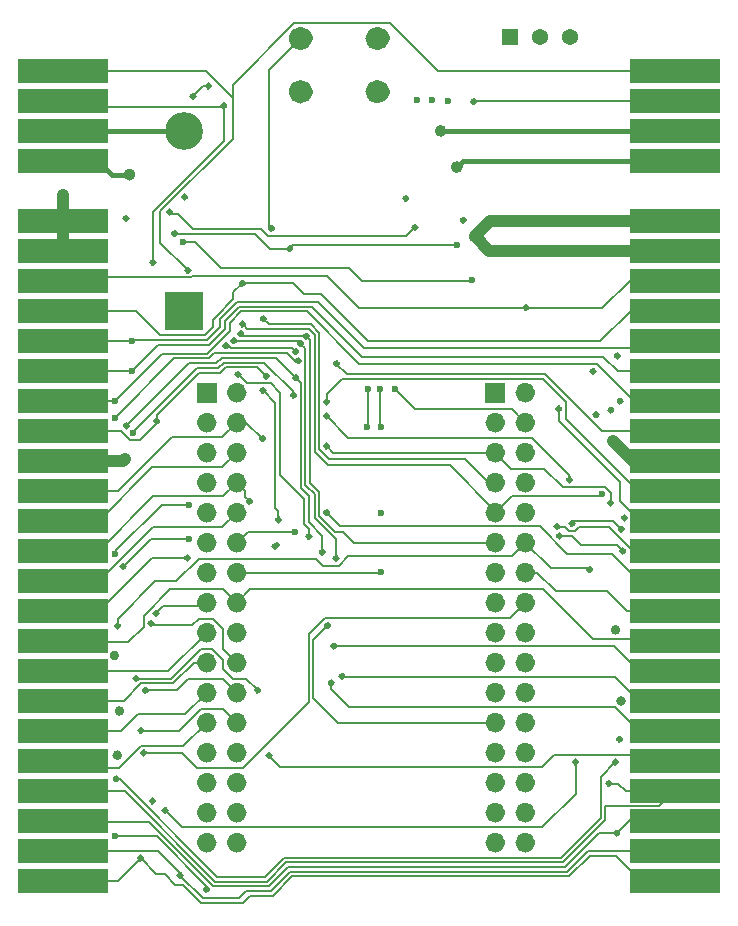
<source format=gbr>
%TF.GenerationSoftware,KiCad,Pcbnew,9.0.5*%
%TF.CreationDate,2025-12-03T10:09:39+00:00*%
%TF.ProjectId,ZX Interface,5a582049-6e74-4657-9266-6163652e6b69,3.2*%
%TF.SameCoordinates,Original*%
%TF.FileFunction,Copper,L4,Bot*%
%TF.FilePolarity,Positive*%
%FSLAX46Y46*%
G04 Gerber Fmt 4.6, Leading zero omitted, Abs format (unit mm)*
G04 Created by KiCad (PCBNEW 9.0.5) date 2025-12-03 10:09:39*
%MOMM*%
%LPD*%
G01*
G04 APERTURE LIST*
G04 Aperture macros list*
%AMRoundRect*
0 Rectangle with rounded corners*
0 $1 Rounding radius*
0 $2 $3 $4 $5 $6 $7 $8 $9 X,Y pos of 4 corners*
0 Add a 4 corners polygon primitive as box body*
4,1,4,$2,$3,$4,$5,$6,$7,$8,$9,$2,$3,0*
0 Add four circle primitives for the rounded corners*
1,1,$1+$1,$2,$3*
1,1,$1+$1,$4,$5*
1,1,$1+$1,$6,$7*
1,1,$1+$1,$8,$9*
0 Add four rect primitives between the rounded corners*
20,1,$1+$1,$2,$3,$4,$5,0*
20,1,$1+$1,$4,$5,$6,$7,0*
20,1,$1+$1,$6,$7,$8,$9,0*
20,1,$1+$1,$8,$9,$2,$3,0*%
G04 Aperture macros list end*
%TA.AperFunction,Conductor*%
%ADD10C,0.850000*%
%TD*%
%TA.AperFunction,Conductor*%
%ADD11C,0.300000*%
%TD*%
%TA.AperFunction,Conductor*%
%ADD12C,0.000000*%
%TD*%
%TA.AperFunction,Conductor*%
%ADD13C,0.400000*%
%TD*%
%TA.AperFunction,Conductor*%
%ADD14C,1.000000*%
%TD*%
%TA.AperFunction,Conductor*%
%ADD15C,0.500000*%
%TD*%
%TA.AperFunction,Conductor*%
%ADD16C,1.600000*%
%TD*%
%TA.AperFunction,SMDPad,CuDef*%
%ADD17R,7.620000X1.524000*%
%TD*%
%TA.AperFunction,ComponentPad*%
%ADD18R,1.370000X1.370000*%
%TD*%
%TA.AperFunction,ComponentPad*%
%ADD19C,1.370000*%
%TD*%
%TA.AperFunction,ComponentPad*%
%ADD20O,2.055000X1.500000*%
%TD*%
%TA.AperFunction,ComponentPad*%
%ADD21RoundRect,0.250000X1.350000X-1.350000X1.350000X1.350000X-1.350000X1.350000X-1.350000X-1.350000X0*%
%TD*%
%TA.AperFunction,ComponentPad*%
%ADD22C,3.200000*%
%TD*%
%TA.AperFunction,ComponentPad*%
%ADD23R,1.530000X1.530000*%
%TD*%
%TA.AperFunction,ComponentPad*%
%ADD24C,1.530000*%
%TD*%
%TA.AperFunction,ViaPad*%
%ADD25C,0.500000*%
%TD*%
%TA.AperFunction,ViaPad*%
%ADD26C,0.600000*%
%TD*%
%TA.AperFunction,Conductor*%
%ADD27C,0.200000*%
%TD*%
G04 APERTURE END LIST*
%TO.N,DIN11-A2*%
D10*
X95934000Y-121590000D02*
G75*
G02*
X95084000Y-121590000I-425000J0D01*
G01*
X95084000Y-121590000D02*
G75*
G02*
X95934000Y-121590000I425000J0D01*
G01*
%TO.N,DIN44-D6*%
D11*
X96160000Y-90389000D02*
G75*
G02*
X95860000Y-90389000I-150000J0D01*
G01*
X95860000Y-90389000D02*
G75*
G02*
X96160000Y-90389000I150000J0D01*
G01*
%TO.N,DIN14-A5*%
X103650000Y-120770000D02*
G75*
G02*
X103350000Y-120770000I-150000J0D01*
G01*
X103350000Y-120770000D02*
G75*
G02*
X103650000Y-120770000I150000J0D01*
G01*
D12*
%TA.AperFunction,Conductor*%
%TO.N,DIN25-CLOCK*%
G36*
X84582000Y-87741000D02*
G01*
X76962000Y-87741000D01*
X76962000Y-85741000D01*
X84582000Y-85741000D01*
X84582000Y-87741000D01*
G37*
%TD.AperFunction*%
%TO.N,DIN31-{slash}BUSRQ*%
D11*
X98899010Y-109194775D02*
G75*
G02*
X98599010Y-109194775I-150000J0D01*
G01*
X98599010Y-109194775D02*
G75*
G02*
X98899010Y-109194775I150000J0D01*
G01*
D12*
%TA.AperFunction,Conductor*%
%TO.N,DIN12-A3*%
G36*
X136460000Y-97901000D02*
G01*
X128840000Y-97901000D01*
X128840000Y-95901000D01*
X136460000Y-95901000D01*
X136460000Y-97901000D01*
G37*
%TD.AperFunction*%
%TO.N,DIN43-D5*%
D10*
X117835000Y-108890000D02*
G75*
G02*
X116985000Y-108890000I-425000J0D01*
G01*
X116985000Y-108890000D02*
G75*
G02*
X117835000Y-108890000I425000J0D01*
G01*
%TO.N,DIN10-A1*%
D11*
X88401700Y-115718580D02*
G75*
G02*
X88101700Y-115718580I-150000J0D01*
G01*
X88101700Y-115718580D02*
G75*
G02*
X88401700Y-115718580I150000J0D01*
G01*
%TO.N,DIN36-{slash}IORQGE*%
X88891000Y-98612420D02*
G75*
G02*
X88591000Y-98612420I-150000J0D01*
G01*
X88591000Y-98612420D02*
G75*
G02*
X88891000Y-98612420I150000J0D01*
G01*
D12*
%TA.AperFunction,Conductor*%
%TO.N,DIN28-{slash}ROMCS*%
G36*
X136460000Y-130921000D02*
G01*
X128840000Y-130921000D01*
X128840000Y-128921000D01*
X136460000Y-128921000D01*
X136460000Y-130921000D01*
G37*
%TD.AperFunction*%
%TO.N,DIN39-D1*%
D10*
X117835000Y-119050000D02*
G75*
G02*
X116985000Y-119050000I-425000J0D01*
G01*
X116985000Y-119050000D02*
G75*
G02*
X117835000Y-119050000I425000J0D01*
G01*
%TO.N,DIN4-V-{slash}DWR*%
X95934000Y-103810000D02*
G75*
G02*
X95084000Y-103810000I-425000J0D01*
G01*
X95084000Y-103810000D02*
G75*
G02*
X95934000Y-103810000I425000J0D01*
G01*
%TO.N,POWER_12VAC*%
D13*
X85600000Y-126890000D02*
G75*
G02*
X85200000Y-126890000I-200000J0D01*
G01*
X85200000Y-126890000D02*
G75*
G02*
X85600000Y-126890000I200000J0D01*
G01*
D12*
%TA.AperFunction,Conductor*%
%TO.N,DIN24-A15*%
G36*
X93819000Y-97040000D02*
G01*
X92119000Y-97040000D01*
X92119000Y-95340000D01*
X93819000Y-95340000D01*
X93819000Y-97040000D01*
G37*
%TD.AperFunction*%
%TA.AperFunction,Conductor*%
%TO.N,DIN27-{slash}BUSACK*%
G36*
X84582000Y-133461000D02*
G01*
X76962000Y-133461000D01*
X76962000Y-131461000D01*
X84582000Y-131461000D01*
X84582000Y-133461000D01*
G37*
%TD.AperFunction*%
%TO.N,DIN15-A6*%
D10*
X93394000Y-119050000D02*
G75*
G02*
X92544000Y-119050000I-425000J0D01*
G01*
X92544000Y-119050000D02*
G75*
G02*
X93394000Y-119050000I425000J0D01*
G01*
%TO.N,unconnected-(J2-Pad25)*%
X117835000Y-126670000D02*
G75*
G02*
X116985000Y-126670000I-425000J0D01*
G01*
X116985000Y-126670000D02*
G75*
G02*
X117835000Y-126670000I425000J0D01*
G01*
D12*
%TA.AperFunction,Conductor*%
%TO.N,DIN11-A2*%
G36*
X84582000Y-95361000D02*
G01*
X76962000Y-95361000D01*
X76962000Y-93361000D01*
X84582000Y-93361000D01*
X84582000Y-95361000D01*
G37*
%TD.AperFunction*%
%TO.N,DIN2-VIDEO-OE2*%
D11*
X97850000Y-100080000D02*
G75*
G02*
X97550000Y-100080000I-150000J0D01*
G01*
X97550000Y-100080000D02*
G75*
G02*
X97850000Y-100080000I150000J0D01*
G01*
%TO.N,DIN39-D1*%
X100150000Y-84000000D02*
G75*
G02*
X99850000Y-84000000I-150000J0D01*
G01*
X99850000Y-84000000D02*
G75*
G02*
X100150000Y-84000000I150000J0D01*
G01*
D12*
%TA.AperFunction,Conductor*%
%TO.N,DIN14-A5*%
G36*
X136460000Y-125841000D02*
G01*
X128840000Y-125841000D01*
X128840000Y-123841000D01*
X136460000Y-123841000D01*
X136460000Y-125841000D01*
G37*
%TD.AperFunction*%
%TO.N,DIN8-{slash}RESET*%
D14*
X107910000Y-66210000D02*
G75*
G02*
X106910000Y-66210000I-500000J0D01*
G01*
X106910000Y-66210000D02*
G75*
G02*
X107910000Y-66210000I500000J0D01*
G01*
%TO.N,DIN29-{slash}RFRSH*%
D10*
X120375000Y-106350000D02*
G75*
G02*
X119525000Y-106350000I-425000J0D01*
G01*
X119525000Y-106350000D02*
G75*
G02*
X120375000Y-106350000I425000J0D01*
G01*
D12*
%TA.AperFunction,Conductor*%
%TO.N,DIN3-Y-{slash}DRD*%
G36*
X84582000Y-108061000D02*
G01*
X76962000Y-108061000D01*
X76962000Y-106061000D01*
X84582000Y-106061000D01*
X84582000Y-108061000D01*
G37*
%TD.AperFunction*%
%TA.AperFunction,Conductor*%
%TO.N,DIN18-A9*%
G36*
X84582000Y-136001000D02*
G01*
X76962000Y-136001000D01*
X76962000Y-134001000D01*
X84582000Y-134001000D01*
X84582000Y-136001000D01*
G37*
%TD.AperFunction*%
%TO.N,DIN48-{slash}M1*%
D11*
X127730000Y-127464740D02*
G75*
G02*
X127430000Y-127464740I-150000J0D01*
G01*
X127430000Y-127464740D02*
G75*
G02*
X127730000Y-127464740I150000J0D01*
G01*
D12*
%TA.AperFunction,Conductor*%
%TO.N,DIN28-{slash}ROMCS*%
G36*
X84582000Y-130921000D02*
G01*
X76962000Y-130921000D01*
X76962000Y-128921000D01*
X84582000Y-128921000D01*
X84582000Y-130921000D01*
G37*
%TD.AperFunction*%
%TO.N,DIN21-A12*%
D11*
X115730000Y-71540000D02*
G75*
G02*
X115430000Y-71540000I-150000J0D01*
G01*
X115430000Y-71540000D02*
G75*
G02*
X115730000Y-71540000I150000J0D01*
G01*
%TO.N,GND*%
D10*
X95934000Y-134290000D02*
G75*
G02*
X95084000Y-134290000I-425000J0D01*
G01*
X95084000Y-134290000D02*
G75*
G02*
X95934000Y-134290000I425000J0D01*
G01*
%TO.N,DIN20-A11*%
X93394000Y-106350000D02*
G75*
G02*
X92544000Y-106350000I-425000J0D01*
G01*
X92544000Y-106350000D02*
G75*
G02*
X93394000Y-106350000I425000J0D01*
G01*
%TO.N,DIN27-{slash}BUSACK*%
X120375000Y-101270000D02*
G75*
G02*
X119525000Y-101270000I-425000J0D01*
G01*
X119525000Y-101270000D02*
G75*
G02*
X120375000Y-101270000I425000J0D01*
G01*
D12*
%TA.AperFunction,Conductor*%
%TO.N,DIN8-{slash}RESET*%
G36*
X84582000Y-118221000D02*
G01*
X76962000Y-118221000D01*
X76962000Y-116221000D01*
X84582000Y-116221000D01*
X84582000Y-118221000D01*
G37*
%TD.AperFunction*%
%TO.N,DIN43-D5*%
D11*
X101555000Y-91405000D02*
G75*
G02*
X101255000Y-91405000I-150000J0D01*
G01*
X101255000Y-91405000D02*
G75*
G02*
X101555000Y-91405000I150000J0D01*
G01*
%TO.N,DIN37-{slash}INT*%
X127350000Y-97670000D02*
G75*
G02*
X127050000Y-97670000I-150000J0D01*
G01*
X127050000Y-97670000D02*
G75*
G02*
X127350000Y-97670000I150000J0D01*
G01*
%TO.N,DIN32-{slash}IORQ*%
X87780000Y-126692120D02*
G75*
G02*
X87480000Y-126692120I-150000J0D01*
G01*
X87480000Y-126692120D02*
G75*
G02*
X87780000Y-126692120I150000J0D01*
G01*
%TO.N,DIN38-D0*%
X86280000Y-81430000D02*
G75*
G02*
X85980000Y-81430000I-150000J0D01*
G01*
X85980000Y-81430000D02*
G75*
G02*
X86280000Y-81430000I150000J0D01*
G01*
%TO.N,DIN29-{slash}RFRSH*%
X124350000Y-127464740D02*
G75*
G02*
X124050000Y-127464740I-150000J0D01*
G01*
X124050000Y-127464740D02*
G75*
G02*
X124350000Y-127464740I150000J0D01*
G01*
D12*
%TA.AperFunction,Conductor*%
%TO.N,DIN3-Y-{slash}DRD*%
G36*
X136460000Y-108061000D02*
G01*
X128840000Y-108061000D01*
X128840000Y-106061000D01*
X136460000Y-106061000D01*
X136460000Y-108061000D01*
G37*
%TD.AperFunction*%
%TO.N,DIN17-A8*%
D10*
X93394000Y-113970000D02*
G75*
G02*
X92544000Y-113970000I-425000J0D01*
G01*
X92544000Y-113970000D02*
G75*
G02*
X93394000Y-113970000I425000J0D01*
G01*
%TO.N,DIN28-{slash}ROMCS*%
X120375000Y-103810000D02*
G75*
G02*
X119525000Y-103810000I-425000J0D01*
G01*
X119525000Y-103810000D02*
G75*
G02*
X120375000Y-103810000I425000J0D01*
G01*
D12*
%TA.AperFunction,Conductor*%
%TO.N,DIN21-A12*%
G36*
X84582000Y-72501000D02*
G01*
X76962000Y-72501000D01*
X76962000Y-70501000D01*
X84582000Y-70501000D01*
X84582000Y-72501000D01*
G37*
%TD.AperFunction*%
%TO.N,DIN36-{slash}IORQGE*%
D11*
X98165000Y-94805000D02*
G75*
G02*
X97865000Y-94805000I-150000J0D01*
G01*
X97865000Y-94805000D02*
G75*
G02*
X98165000Y-94805000I150000J0D01*
G01*
D12*
%TA.AperFunction,Conductor*%
%TO.N,DIN9-A0*%
G36*
X136460000Y-90281000D02*
G01*
X128840000Y-90281000D01*
X128840000Y-88281000D01*
X136460000Y-88281000D01*
X136460000Y-90281000D01*
G37*
%TD.AperFunction*%
%TA.AperFunction,Conductor*%
%TO.N,DIN11-A2*%
G36*
X136460000Y-95361000D02*
G01*
X128840000Y-95361000D01*
X128840000Y-93361000D01*
X136460000Y-93361000D01*
X136460000Y-95361000D01*
G37*
%TD.AperFunction*%
%TO.N,unconnected-(J1-Pad30)*%
D10*
X95934000Y-131750000D02*
G75*
G02*
X95084000Y-131750000I-425000J0D01*
G01*
X95084000Y-131750000D02*
G75*
G02*
X95934000Y-131750000I425000J0D01*
G01*
%TO.N,DIN48-{slash}M1*%
D11*
X103274000Y-98173000D02*
G75*
G02*
X102974000Y-98173000I-150000J0D01*
G01*
X102974000Y-98173000D02*
G75*
G02*
X103274000Y-98173000I150000J0D01*
G01*
X123838230Y-103575000D02*
G75*
G02*
X123538230Y-103575000I-150000J0D01*
G01*
X123538230Y-103575000D02*
G75*
G02*
X123838230Y-103575000I150000J0D01*
G01*
D12*
%TA.AperFunction,Conductor*%
%TO.N,POWER5V*%
G36*
X92659000Y-90881000D02*
G01*
X89459000Y-90881000D01*
X89459000Y-87681000D01*
X92659000Y-87681000D01*
X92659000Y-90881000D01*
G37*
%TD.AperFunction*%
%TO.N,GND*%
D10*
X93394000Y-134290000D02*
G75*
G02*
X92544000Y-134290000I-425000J0D01*
G01*
X92544000Y-134290000D02*
G75*
G02*
X93394000Y-134290000I425000J0D01*
G01*
X117835000Y-134290000D02*
G75*
G02*
X116985000Y-134290000I-425000J0D01*
G01*
X116985000Y-134290000D02*
G75*
G02*
X117835000Y-134290000I425000J0D01*
G01*
D12*
%TA.AperFunction,Conductor*%
%TO.N,DIN12-A3*%
G36*
X84582000Y-97901000D02*
G01*
X76962000Y-97901000D01*
X76962000Y-95901000D01*
X84582000Y-95901000D01*
X84582000Y-97901000D01*
G37*
%TD.AperFunction*%
%TO.N,POWER_12VAC*%
D11*
X128080000Y-125540000D02*
G75*
G02*
X127780000Y-125540000I-150000J0D01*
G01*
X127780000Y-125540000D02*
G75*
G02*
X128080000Y-125540000I150000J0D01*
G01*
%TO.N,DIN12-A3*%
X87550000Y-124800000D02*
G75*
G02*
X87250000Y-124800000I-150000J0D01*
G01*
X87250000Y-124800000D02*
G75*
G02*
X87550000Y-124800000I150000J0D01*
G01*
%TO.N,DIN22-A13*%
X93280000Y-70231000D02*
G75*
G02*
X92980000Y-70231000I-150000J0D01*
G01*
X92980000Y-70231000D02*
G75*
G02*
X93280000Y-70231000I150000J0D01*
G01*
%TO.N,DIN47-{slash}WR*%
X86045270Y-110914270D02*
G75*
G02*
X85745270Y-110914270I-150000J0D01*
G01*
X85745270Y-110914270D02*
G75*
G02*
X86045270Y-110914270I150000J0D01*
G01*
D12*
%TA.AperFunction,Conductor*%
%TO.N,GND*%
G36*
X136460000Y-85201000D02*
G01*
X128840000Y-85201000D01*
X128840000Y-83201000D01*
X136460000Y-83201000D01*
X136460000Y-85201000D01*
G37*
%TD.AperFunction*%
%TO.N,DIN28-{slash}ROMCS*%
D11*
X127171530Y-129286000D02*
G75*
G02*
X126871530Y-129286000I-150000J0D01*
G01*
X126871530Y-129286000D02*
G75*
G02*
X127171530Y-129286000I150000J0D01*
G01*
%TO.N,DIN3-Y-{slash}DRD*%
X122920000Y-97573000D02*
G75*
G02*
X122620000Y-97573000I-150000J0D01*
G01*
X122620000Y-97573000D02*
G75*
G02*
X122920000Y-97573000I150000J0D01*
G01*
D10*
X95934000Y-101270000D02*
G75*
G02*
X95084000Y-101270000I-425000J0D01*
G01*
X95084000Y-101270000D02*
G75*
G02*
X95934000Y-101270000I425000J0D01*
G01*
%TO.N,DIN41-D3*%
D11*
X125830000Y-94380000D02*
G75*
G02*
X125530000Y-94380000I-150000J0D01*
G01*
X125530000Y-94380000D02*
G75*
G02*
X125830000Y-94380000I150000J0D01*
G01*
D12*
%TA.AperFunction,Conductor*%
%TO.N,DIN4-V-{slash}DWR*%
G36*
X84582000Y-110601000D02*
G01*
X76962000Y-110601000D01*
X76962000Y-108601000D01*
X84582000Y-108601000D01*
X84582000Y-110601000D01*
G37*
%TD.AperFunction*%
%TO.N,DIN35-{slash}NMI*%
D10*
X120375000Y-121590000D02*
G75*
G02*
X119525000Y-121590000I-425000J0D01*
G01*
X119525000Y-121590000D02*
G75*
G02*
X120375000Y-121590000I425000J0D01*
G01*
%TO.N,DIN29-{slash}RFRSH*%
D11*
X89609000Y-131560000D02*
G75*
G02*
X89309000Y-131560000I-150000J0D01*
G01*
X89309000Y-131560000D02*
G75*
G02*
X89609000Y-131560000I150000J0D01*
G01*
%TO.N,DIN43-D5*%
X127890000Y-93080000D02*
G75*
G02*
X127590000Y-93080000I-150000J0D01*
G01*
X127590000Y-93080000D02*
G75*
G02*
X127890000Y-93080000I150000J0D01*
G01*
%TO.N,DIN33-{slash}MREQ*%
X87145000Y-120400000D02*
G75*
G02*
X86845000Y-120400000I-150000J0D01*
G01*
X86845000Y-120400000D02*
G75*
G02*
X87145000Y-120400000I150000J0D01*
G01*
D12*
%TA.AperFunction,Conductor*%
%TO.N,DIN5-U-{slash}MTR*%
G36*
X84582000Y-113141000D02*
G01*
X76962000Y-113141000D01*
X76962000Y-111141000D01*
X84582000Y-111141000D01*
X84582000Y-113141000D01*
G37*
%TD.AperFunction*%
%TO.N,DIN40-D2*%
D11*
X101772225Y-108365925D02*
G75*
G02*
X101472225Y-108365925I-150000J0D01*
G01*
X101472225Y-108365925D02*
G75*
G02*
X101772225Y-108365925I150000J0D01*
G01*
%TO.N,DIN17-A8*%
X88833280Y-114883280D02*
G75*
G02*
X88533280Y-114883280I-150000J0D01*
G01*
X88533280Y-114883280D02*
G75*
G02*
X88833280Y-114883280I150000J0D01*
G01*
%TO.N,DIN41-D3*%
X104078030Y-110218030D02*
G75*
G02*
X103778030Y-110218030I-150000J0D01*
G01*
X103778030Y-110218030D02*
G75*
G02*
X104078030Y-110218030I150000J0D01*
G01*
%TO.N,DIN13-A4*%
X98410000Y-126920000D02*
G75*
G02*
X98110000Y-126920000I-150000J0D01*
G01*
X98110000Y-126920000D02*
G75*
G02*
X98410000Y-126920000I150000J0D01*
G01*
%TO.N,DIN21-A12*%
X88560000Y-85170000D02*
G75*
G02*
X88260000Y-85170000I-150000J0D01*
G01*
X88260000Y-85170000D02*
G75*
G02*
X88560000Y-85170000I150000J0D01*
G01*
%TO.N,GND*%
D10*
X120375000Y-134290000D02*
G75*
G02*
X119525000Y-134290000I-425000J0D01*
G01*
X119525000Y-134290000D02*
G75*
G02*
X120375000Y-134290000I425000J0D01*
G01*
%TO.N,DIN22-A13*%
X93394000Y-101270000D02*
G75*
G02*
X92544000Y-101270000I-425000J0D01*
G01*
X92544000Y-101270000D02*
G75*
G02*
X93394000Y-101270000I425000J0D01*
G01*
D12*
%TA.AperFunction,Conductor*%
%TO.N,DIN13-A4*%
G36*
X84582000Y-128381000D02*
G01*
X76962000Y-128381000D01*
X76962000Y-126381000D01*
X84582000Y-126381000D01*
X84582000Y-128381000D01*
G37*
%TD.AperFunction*%
%TO.N,POWER_+12V*%
D13*
X128256800Y-122305980D02*
G75*
G02*
X127856800Y-122305980I-200000J0D01*
G01*
X127856800Y-122305980D02*
G75*
G02*
X128256800Y-122305980I200000J0D01*
G01*
%TO.N,POWER5V*%
D10*
X117835000Y-129210000D02*
G75*
G02*
X116985000Y-129210000I-425000J0D01*
G01*
X116985000Y-129210000D02*
G75*
G02*
X117835000Y-129210000I425000J0D01*
G01*
%TO.N,DIN8-{slash}RESET*%
D14*
X101410000Y-66210000D02*
G75*
G02*
X100410000Y-66210000I-500000J0D01*
G01*
X100410000Y-66210000D02*
G75*
G02*
X101410000Y-66210000I500000J0D01*
G01*
%TO.N,DIN39-D1*%
D11*
X97880000Y-96005000D02*
G75*
G02*
X97580000Y-96005000I-150000J0D01*
G01*
X97580000Y-96005000D02*
G75*
G02*
X97880000Y-96005000I150000J0D01*
G01*
D12*
%TA.AperFunction,Conductor*%
%TO.N,DIN36-{slash}IORQGE*%
G36*
X84582000Y-100441000D02*
G01*
X76962000Y-100441000D01*
X76962000Y-98441000D01*
X84582000Y-98441000D01*
X84582000Y-100441000D01*
G37*
%TD.AperFunction*%
%TO.N,DIN41-D3*%
D11*
X95420000Y-91810000D02*
G75*
G02*
X95120000Y-91810000I-150000J0D01*
G01*
X95120000Y-91810000D02*
G75*
G02*
X95420000Y-91810000I150000J0D01*
G01*
%TO.N,POWER_+9V*%
D15*
X114400000Y-77090000D02*
G75*
G02*
X113900000Y-77090000I-250000J0D01*
G01*
X113900000Y-77090000D02*
G75*
G02*
X114400000Y-77090000I250000J0D01*
G01*
D12*
%TA.AperFunction,Conductor*%
%TO.N,DIN15-A6*%
G36*
X136460000Y-123301000D02*
G01*
X128840000Y-123301000D01*
X128840000Y-121301000D01*
X136460000Y-121301000D01*
X136460000Y-123301000D01*
G37*
%TD.AperFunction*%
%TO.N,DIN45-D7*%
D11*
X109980000Y-79740000D02*
G75*
G02*
X109680000Y-79740000I-150000J0D01*
G01*
X109680000Y-79740000D02*
G75*
G02*
X109980000Y-79740000I150000J0D01*
G01*
D12*
%TA.AperFunction,Conductor*%
%TO.N,GND*%
G36*
X84582000Y-102981000D02*
G01*
X76962000Y-102981000D01*
X76962000Y-100981000D01*
X84582000Y-100981000D01*
X84582000Y-102981000D01*
G37*
%TD.AperFunction*%
%TA.AperFunction,Conductor*%
%TO.N,DIN4-V-{slash}DWR*%
G36*
X136460000Y-110601000D02*
G01*
X128840000Y-110601000D01*
X128840000Y-108601000D01*
X136460000Y-108601000D01*
X136460000Y-110601000D01*
G37*
%TD.AperFunction*%
%TO.N,DIN13-A4*%
D10*
X93394000Y-124130000D02*
G75*
G02*
X92544000Y-124130000I-425000J0D01*
G01*
X92544000Y-124130000D02*
G75*
G02*
X93394000Y-124130000I425000J0D01*
G01*
D12*
%TA.AperFunction,Conductor*%
%TO.N,POWER_+9V*%
G36*
X136460000Y-77581000D02*
G01*
X128840000Y-77581000D01*
X128840000Y-75581000D01*
X136460000Y-75581000D01*
X136460000Y-77581000D01*
G37*
%TD.AperFunction*%
%TO.N,GND*%
D14*
X101410000Y-70710000D02*
G75*
G02*
X100410000Y-70710000I-500000J0D01*
G01*
X100410000Y-70710000D02*
G75*
G02*
X101410000Y-70710000I500000J0D01*
G01*
%TO.N,POWER_+12V*%
D13*
X85780000Y-123140000D02*
G75*
G02*
X85380000Y-123140000I-200000J0D01*
G01*
X85380000Y-123140000D02*
G75*
G02*
X85780000Y-123140000I200000J0D01*
G01*
%TO.N,DIN18-A9*%
D10*
X93394000Y-111430000D02*
G75*
G02*
X92544000Y-111430000I-425000J0D01*
G01*
X92544000Y-111430000D02*
G75*
G02*
X93394000Y-111430000I425000J0D01*
G01*
%TO.N,DIN46-{slash}RD*%
D11*
X127315910Y-105532840D02*
G75*
G02*
X127015910Y-105532840I-150000J0D01*
G01*
X127015910Y-105532840D02*
G75*
G02*
X127315910Y-105532840I150000J0D01*
G01*
%TO.N,unconnected-(J1-Pad25)*%
D10*
X93394000Y-126670000D02*
G75*
G02*
X92544000Y-126670000I-425000J0D01*
G01*
X92544000Y-126670000D02*
G75*
G02*
X93394000Y-126670000I425000J0D01*
G01*
%TO.N,DIN1-NCA4-OE1*%
X95934000Y-96190000D02*
G75*
G02*
X95084000Y-96190000I-425000J0D01*
G01*
X95084000Y-96190000D02*
G75*
G02*
X95934000Y-96190000I425000J0D01*
G01*
%TO.N,DIN35-{slash}NMI*%
D11*
X100674000Y-94950000D02*
G75*
G02*
X100374000Y-94950000I-150000J0D01*
G01*
X100374000Y-94950000D02*
G75*
G02*
X100674000Y-94950000I150000J0D01*
G01*
%TO.N,DIN33-{slash}MREQ*%
X124053000Y-107280000D02*
G75*
G02*
X123753000Y-107280000I-150000J0D01*
G01*
X123753000Y-107280000D02*
G75*
G02*
X124053000Y-107280000I150000J0D01*
G01*
%TO.N,DIN21-A12*%
X94570000Y-71900000D02*
G75*
G02*
X94270000Y-71900000I-150000J0D01*
G01*
X94270000Y-71900000D02*
G75*
G02*
X94570000Y-71900000I150000J0D01*
G01*
D12*
%TA.AperFunction,Conductor*%
%TO.N,DIN5-U-{slash}MTR*%
G36*
X136460000Y-113141000D02*
G01*
X128840000Y-113141000D01*
X128840000Y-111141000D01*
X136460000Y-111141000D01*
X136460000Y-113141000D01*
G37*
%TD.AperFunction*%
%TO.N,DIN34-{slash}HALT*%
D11*
X128490000Y-106800000D02*
G75*
G02*
X128190000Y-106800000I-150000J0D01*
G01*
X128190000Y-106800000D02*
G75*
G02*
X128490000Y-106800000I150000J0D01*
G01*
D12*
%TA.AperFunction,Conductor*%
%TO.N,DIN31-{slash}BUSRQ*%
G36*
X136460000Y-115681000D02*
G01*
X128840000Y-115681000D01*
X128840000Y-113681000D01*
X136460000Y-113681000D01*
X136460000Y-115681000D01*
G37*
%TD.AperFunction*%
%TA.AperFunction,Conductor*%
%TO.N,DIN2-VIDEO-OE2*%
G36*
X84582000Y-105521000D02*
G01*
X76962000Y-105521000D01*
X76962000Y-103521000D01*
X84582000Y-103521000D01*
X84582000Y-105521000D01*
G37*
%TD.AperFunction*%
%TO.N,DIN30-{slash}WAIT*%
D11*
X125535500Y-111172500D02*
G75*
G02*
X125235500Y-111172500I-150000J0D01*
G01*
X125235500Y-111172500D02*
G75*
G02*
X125535500Y-111172500I150000J0D01*
G01*
%TO.N,DIN42-D4*%
D10*
X117835000Y-111430000D02*
G75*
G02*
X116985000Y-111430000I-425000J0D01*
G01*
X116985000Y-111430000D02*
G75*
G02*
X117835000Y-111430000I425000J0D01*
G01*
D12*
%TA.AperFunction,Conductor*%
%TO.N,DIN13-A4*%
G36*
X136460000Y-128381000D02*
G01*
X128840000Y-128381000D01*
X128840000Y-126381000D01*
X136460000Y-126381000D01*
X136460000Y-128381000D01*
G37*
%TD.AperFunction*%
%TO.N,unconnected-(J2-Pad26)*%
D10*
X120375000Y-126670000D02*
G75*
G02*
X119525000Y-126670000I-425000J0D01*
G01*
X119525000Y-126670000D02*
G75*
G02*
X120375000Y-126670000I425000J0D01*
G01*
%TO.N,DIN23-A14*%
D11*
X91525360Y-85839000D02*
G75*
G02*
X91225360Y-85839000I-150000J0D01*
G01*
X91225360Y-85839000D02*
G75*
G02*
X91525360Y-85839000I150000J0D01*
G01*
%TO.N,DIN8-{slash}RESET*%
X98610000Y-82290000D02*
G75*
G02*
X98310000Y-82290000I-150000J0D01*
G01*
X98310000Y-82290000D02*
G75*
G02*
X98610000Y-82290000I150000J0D01*
G01*
%TO.N,DIN40-D2*%
D10*
X117835000Y-116510000D02*
G75*
G02*
X116985000Y-116510000I-425000J0D01*
G01*
X116985000Y-116510000D02*
G75*
G02*
X117835000Y-116510000I425000J0D01*
G01*
D12*
%TA.AperFunction,Conductor*%
%TO.N,GND*%
G36*
X84582000Y-82661000D02*
G01*
X76962000Y-82661000D01*
X76962000Y-80661000D01*
X84582000Y-80661000D01*
X84582000Y-82661000D01*
G37*
%TD.AperFunction*%
%TO.N,DIN42-D4*%
D11*
X100663100Y-92728300D02*
G75*
G02*
X100363100Y-92728300I-150000J0D01*
G01*
X100363100Y-92728300D02*
G75*
G02*
X100663100Y-92728300I150000J0D01*
G01*
%TO.N,GND*%
D15*
X81030000Y-79490000D02*
G75*
G02*
X80530000Y-79490000I-250000J0D01*
G01*
X80530000Y-79490000D02*
G75*
G02*
X81030000Y-79490000I250000J0D01*
G01*
D12*
%TA.AperFunction,Conductor*%
%TO.N,DIN14-A5*%
G36*
X84582000Y-125841000D02*
G01*
X76962000Y-125841000D01*
X76962000Y-123841000D01*
X84582000Y-123841000D01*
X84582000Y-125841000D01*
G37*
%TD.AperFunction*%
%TO.N,GND*%
D15*
X115900000Y-82960000D02*
G75*
G02*
X115400000Y-82960000I-250000J0D01*
G01*
X115400000Y-82960000D02*
G75*
G02*
X115900000Y-82960000I250000J0D01*
G01*
%TO.N,DIN33-{slash}MREQ*%
D11*
X97440000Y-121390000D02*
G75*
G02*
X97140000Y-121390000I-150000J0D01*
G01*
X97140000Y-121390000D02*
G75*
G02*
X97440000Y-121390000I150000J0D01*
G01*
%TO.N,DIN39-D1*%
X99200000Y-106960000D02*
G75*
G02*
X98900000Y-106960000I-150000J0D01*
G01*
X98900000Y-106960000D02*
G75*
G02*
X99200000Y-106960000I150000J0D01*
G01*
D12*
%TA.AperFunction,Conductor*%
%TO.N,DIN9-A0*%
G36*
X84582000Y-90281000D02*
G01*
X76962000Y-90281000D01*
X76962000Y-88281000D01*
X84582000Y-88281000D01*
X84582000Y-90281000D01*
G37*
%TD.AperFunction*%
%TO.N,DIN40-D2*%
D11*
X95765000Y-94638040D02*
G75*
G02*
X95465000Y-94638040I-150000J0D01*
G01*
X95465000Y-94638040D02*
G75*
G02*
X95765000Y-94638040I150000J0D01*
G01*
%TO.N,DIN35-{slash}NMI*%
X102909000Y-109690000D02*
G75*
G02*
X102609000Y-109690000I-150000J0D01*
G01*
X102609000Y-109690000D02*
G75*
G02*
X102909000Y-109690000I150000J0D01*
G01*
%TO.N,DIN10-A1*%
D10*
X95934000Y-119050000D02*
G75*
G02*
X95084000Y-119050000I-425000J0D01*
G01*
X95084000Y-119050000D02*
G75*
G02*
X95934000Y-119050000I425000J0D01*
G01*
%TO.N,DIN23-A14*%
X93394000Y-98730000D02*
G75*
G02*
X92544000Y-98730000I-425000J0D01*
G01*
X92544000Y-98730000D02*
G75*
G02*
X93394000Y-98730000I425000J0D01*
G01*
%TO.N,DIN16-A7*%
X93394000Y-116510000D02*
G75*
G02*
X92544000Y-116510000I-425000J0D01*
G01*
X92544000Y-116510000D02*
G75*
G02*
X93394000Y-116510000I425000J0D01*
G01*
%TO.N,DIN8-{slash}RESET*%
X95934000Y-113970000D02*
G75*
G02*
X95084000Y-113970000I-425000J0D01*
G01*
X95084000Y-113970000D02*
G75*
G02*
X95934000Y-113970000I425000J0D01*
G01*
%TO.N,DIN45-D7*%
D11*
X91255240Y-79634770D02*
G75*
G02*
X90955240Y-79634770I-150000J0D01*
G01*
X90955240Y-79634770D02*
G75*
G02*
X91255240Y-79634770I150000J0D01*
G01*
%TO.N,DIN6-Spare1*%
D10*
X95934000Y-108890000D02*
G75*
G02*
X95084000Y-108890000I-425000J0D01*
G01*
X95084000Y-108890000D02*
G75*
G02*
X95934000Y-108890000I425000J0D01*
G01*
%TO.N,DIN31-{slash}BUSRQ*%
X120375000Y-111430000D02*
G75*
G02*
X119525000Y-111430000I-425000J0D01*
G01*
X119525000Y-111430000D02*
G75*
G02*
X120375000Y-111430000I425000J0D01*
G01*
%TO.N,DIN46-{slash}RD*%
X117835000Y-101270000D02*
G75*
G02*
X116985000Y-101270000I-425000J0D01*
G01*
X116985000Y-101270000D02*
G75*
G02*
X117835000Y-101270000I425000J0D01*
G01*
%TO.N,DIN33-{slash}MREQ*%
D11*
X128218080Y-107741920D02*
G75*
G02*
X127918080Y-107741920I-150000J0D01*
G01*
X127918080Y-107741920D02*
G75*
G02*
X128218080Y-107741920I150000J0D01*
G01*
D12*
%TA.AperFunction,Conductor*%
%TO.N,DIN20-A11*%
G36*
X136460000Y-138541000D02*
G01*
X128840000Y-138541000D01*
X128840000Y-136541000D01*
X136460000Y-136541000D01*
X136460000Y-138541000D01*
G37*
%TD.AperFunction*%
%TO.N,DIN41-D3*%
D10*
X117835000Y-113970000D02*
G75*
G02*
X116985000Y-113970000I-425000J0D01*
G01*
X116985000Y-113970000D02*
G75*
G02*
X117835000Y-113970000I425000J0D01*
G01*
D12*
%TA.AperFunction,Conductor*%
%TO.N,DIN21-A12*%
G36*
X136460000Y-72501000D02*
G01*
X128840000Y-72501000D01*
X128840000Y-70501000D01*
X136460000Y-70501000D01*
X136460000Y-72501000D01*
G37*
%TD.AperFunction*%
%TO.N,DIN46-{slash}RD*%
D11*
X103274000Y-100720000D02*
G75*
G02*
X102974000Y-100720000I-150000J0D01*
G01*
X102974000Y-100720000D02*
G75*
G02*
X103274000Y-100720000I150000J0D01*
G01*
%TO.N,DIN37-{slash}INT*%
D10*
X117835000Y-124130000D02*
G75*
G02*
X116985000Y-124130000I-425000J0D01*
G01*
X116985000Y-124130000D02*
G75*
G02*
X117835000Y-124130000I425000J0D01*
G01*
D12*
%TA.AperFunction,Conductor*%
%TO.N,DIN20-A11*%
G36*
X84582000Y-138541000D02*
G01*
X76962000Y-138541000D01*
X76962000Y-136541000D01*
X84582000Y-136541000D01*
X84582000Y-138541000D01*
G37*
%TD.AperFunction*%
%TA.AperFunction,Conductor*%
%TO.N,DIN8-{slash}RESET*%
G36*
X136460000Y-118221000D02*
G01*
X128840000Y-118221000D01*
X128840000Y-116221000D01*
X136460000Y-116221000D01*
X136460000Y-118221000D01*
G37*
%TD.AperFunction*%
%TO.N,POWER_+9V*%
D15*
X86690000Y-77730000D02*
G75*
G02*
X86190000Y-77730000I-250000J0D01*
G01*
X86190000Y-77730000D02*
G75*
G02*
X86690000Y-77730000I250000J0D01*
G01*
%TO.N,POWER5_VIN*%
X113030000Y-74030000D02*
G75*
G02*
X112530000Y-74030000I-250000J0D01*
G01*
X112530000Y-74030000D02*
G75*
G02*
X113030000Y-74030000I250000J0D01*
G01*
%TO.N,DIN14-A5*%
D10*
X93394000Y-121590000D02*
G75*
G02*
X92544000Y-121590000I-425000J0D01*
G01*
X92544000Y-121590000D02*
G75*
G02*
X93394000Y-121590000I425000J0D01*
G01*
%TO.N,DIN25-CLOCK*%
X120375000Y-96190000D02*
G75*
G02*
X119525000Y-96190000I-425000J0D01*
G01*
X119525000Y-96190000D02*
G75*
G02*
X120375000Y-96190000I425000J0D01*
G01*
D12*
%TA.AperFunction,Conductor*%
%TO.N,DIN16-A7*%
G36*
X84582000Y-120761000D02*
G01*
X76962000Y-120761000D01*
X76962000Y-118761000D01*
X84582000Y-118761000D01*
X84582000Y-120761000D01*
G37*
%TD.AperFunction*%
%TO.N,GND*%
D14*
X107910000Y-70710000D02*
G75*
G02*
X106910000Y-70710000I-500000J0D01*
G01*
X106910000Y-70710000D02*
G75*
G02*
X107910000Y-70710000I500000J0D01*
G01*
%TO.N,DIN39-D1*%
D11*
X90395130Y-82728870D02*
G75*
G02*
X90095130Y-82728870I-150000J0D01*
G01*
X90095130Y-82728870D02*
G75*
G02*
X90395130Y-82728870I150000J0D01*
G01*
%TO.N,DIN32-{slash}IORQ*%
X122983940Y-108326990D02*
G75*
G02*
X122683940Y-108326990I-150000J0D01*
G01*
X122683940Y-108326990D02*
G75*
G02*
X122983940Y-108326990I150000J0D01*
G01*
%TO.N,DIN44-D6*%
D10*
X117835000Y-106350000D02*
G75*
G02*
X116985000Y-106350000I-425000J0D01*
G01*
X116985000Y-106350000D02*
G75*
G02*
X117835000Y-106350000I425000J0D01*
G01*
D12*
%TA.AperFunction,Conductor*%
%TO.N,DIN27-{slash}BUSACK*%
G36*
X136460000Y-133461000D02*
G01*
X128840000Y-133461000D01*
X128840000Y-131461000D01*
X136460000Y-131461000D01*
X136460000Y-133461000D01*
G37*
%TD.AperFunction*%
%TO.N,DIN35-{slash}NMI*%
D11*
X126090000Y-98070000D02*
G75*
G02*
X125790000Y-98070000I-150000J0D01*
G01*
X125790000Y-98070000D02*
G75*
G02*
X126090000Y-98070000I150000J0D01*
G01*
%TO.N,DIN15-A6*%
X104583000Y-120193000D02*
G75*
G02*
X104283000Y-120193000I-150000J0D01*
G01*
X104283000Y-120193000D02*
G75*
G02*
X104583000Y-120193000I150000J0D01*
G01*
%TO.N,unconnected-(J2-Pad29)*%
D10*
X117835000Y-131750000D02*
G75*
G02*
X116985000Y-131750000I-425000J0D01*
G01*
X116985000Y-131750000D02*
G75*
G02*
X117835000Y-131750000I425000J0D01*
G01*
%TO.N,unconnected-(J2-Pad30)*%
X120375000Y-131750000D02*
G75*
G02*
X119525000Y-131750000I-425000J0D01*
G01*
X119525000Y-131750000D02*
G75*
G02*
X120375000Y-131750000I425000J0D01*
G01*
D12*
%TA.AperFunction,Conductor*%
%TO.N,DIN18-A9*%
G36*
X136460000Y-136001000D02*
G01*
X128840000Y-136001000D01*
X128840000Y-134001000D01*
X136460000Y-134001000D01*
X136460000Y-136001000D01*
G37*
%TD.AperFunction*%
%TA.AperFunction,Conductor*%
%TO.N,POWER_+9V*%
G36*
X84582000Y-77581000D02*
G01*
X76962000Y-77581000D01*
X76962000Y-75581000D01*
X84582000Y-75581000D01*
X84582000Y-77581000D01*
G37*
%TD.AperFunction*%
%TO.N,DIN11-A2*%
D11*
X87950000Y-121400000D02*
G75*
G02*
X87650000Y-121400000I-150000J0D01*
G01*
X87650000Y-121400000D02*
G75*
G02*
X87950000Y-121400000I150000J0D01*
G01*
%TO.N,DIN12-A3*%
D10*
X95934000Y-124130000D02*
G75*
G02*
X95084000Y-124130000I-425000J0D01*
G01*
X95084000Y-124130000D02*
G75*
G02*
X95934000Y-124130000I425000J0D01*
G01*
D12*
%TA.AperFunction,Conductor*%
%TO.N,GND*%
G36*
X84582000Y-85201000D02*
G01*
X76962000Y-85201000D01*
X76962000Y-83201000D01*
X84582000Y-83201000D01*
X84582000Y-85201000D01*
G37*
%TD.AperFunction*%
%TA.AperFunction,Conductor*%
%TO.N,DIN23-A14*%
G36*
X136460000Y-69961000D02*
G01*
X128840000Y-69961000D01*
X128840000Y-67961000D01*
X136460000Y-67961000D01*
X136460000Y-69961000D01*
G37*
%TD.AperFunction*%
%TO.N,GND*%
D15*
X127620000Y-100300000D02*
G75*
G02*
X127120000Y-100300000I-250000J0D01*
G01*
X127120000Y-100300000D02*
G75*
G02*
X127620000Y-100300000I250000J0D01*
G01*
%TO.N,DIN1-NCA4-OE1*%
D11*
X110750000Y-82200000D02*
G75*
G02*
X110450000Y-82200000I-150000J0D01*
G01*
X110450000Y-82200000D02*
G75*
G02*
X110750000Y-82200000I150000J0D01*
G01*
%TO.N,DIN30-{slash}WAIT*%
X85580000Y-115940000D02*
G75*
G02*
X85280000Y-115940000I-150000J0D01*
G01*
X85280000Y-115940000D02*
G75*
G02*
X85580000Y-115940000I150000J0D01*
G01*
%TO.N,DIN25-CLOCK*%
X120150000Y-89000000D02*
G75*
G02*
X119850000Y-89000000I-150000J0D01*
G01*
X119850000Y-89000000D02*
G75*
G02*
X120150000Y-89000000I150000J0D01*
G01*
%TO.N,DIN38-D0*%
D10*
X117835000Y-121590000D02*
G75*
G02*
X116985000Y-121590000I-425000J0D01*
G01*
X116985000Y-121590000D02*
G75*
G02*
X117835000Y-121590000I425000J0D01*
G01*
D12*
%TA.AperFunction,Conductor*%
%TO.N,POWER5_VIN*%
G36*
X84582000Y-75041000D02*
G01*
X76962000Y-75041000D01*
X76962000Y-73041000D01*
X84582000Y-73041000D01*
X84582000Y-75041000D01*
G37*
%TD.AperFunction*%
%TO.N,DIN5-U-{slash}MTR*%
D11*
X103277530Y-106343000D02*
G75*
G02*
X102977530Y-106343000I-150000J0D01*
G01*
X102977530Y-106343000D02*
G75*
G02*
X103277530Y-106343000I150000J0D01*
G01*
D12*
%TA.AperFunction,Conductor*%
%TO.N,GND*%
G36*
X136460000Y-102981000D02*
G01*
X128840000Y-102981000D01*
X128840000Y-100981000D01*
X136460000Y-100981000D01*
X136460000Y-102981000D01*
G37*
%TD.AperFunction*%
%TA.AperFunction,Conductor*%
%TO.N,DIN31-{slash}BUSRQ*%
G36*
X84582000Y-115681000D02*
G01*
X76962000Y-115681000D01*
X76962000Y-113681000D01*
X84582000Y-113681000D01*
X84582000Y-115681000D01*
G37*
%TD.AperFunction*%
%TO.N,DIN26-Spare3*%
D10*
X120375000Y-98730000D02*
G75*
G02*
X119525000Y-98730000I-425000J0D01*
G01*
X119525000Y-98730000D02*
G75*
G02*
X120375000Y-98730000I425000J0D01*
G01*
%TO.N,DIN4-V-{slash}DWR*%
D11*
X122786760Y-107530000D02*
G75*
G02*
X122486760Y-107530000I-150000J0D01*
G01*
X122486760Y-107530000D02*
G75*
G02*
X122786760Y-107530000I150000J0D01*
G01*
D12*
%TA.AperFunction,Conductor*%
%TO.N,DIN2-VIDEO-OE2*%
G36*
X136460000Y-105521000D02*
G01*
X128840000Y-105521000D01*
X128840000Y-103521000D01*
X136460000Y-103521000D01*
X136460000Y-105521000D01*
G37*
%TD.AperFunction*%
%TA.AperFunction,Conductor*%
%TO.N,DIN48-{slash}M1*%
G36*
X118260000Y-97040000D02*
G01*
X116560000Y-97040000D01*
X116560000Y-95340000D01*
X118260000Y-95340000D01*
X118260000Y-97040000D01*
G37*
%TD.AperFunction*%
%TO.N,DIN5-U-{slash}MTR*%
D10*
X95934000Y-106350000D02*
G75*
G02*
X95084000Y-106350000I-425000J0D01*
G01*
X95084000Y-106350000D02*
G75*
G02*
X95934000Y-106350000I425000J0D01*
G01*
%TO.N,unconnected-(J1-Pad26)*%
X95934000Y-126670000D02*
G75*
G02*
X95084000Y-126670000I-425000J0D01*
G01*
X95084000Y-126670000D02*
G75*
G02*
X95934000Y-126670000I425000J0D01*
G01*
%TO.N,DIN45-D7*%
X117835000Y-103810000D02*
G75*
G02*
X116985000Y-103810000I-425000J0D01*
G01*
X116985000Y-103810000D02*
G75*
G02*
X117835000Y-103810000I425000J0D01*
G01*
%TO.N,DIN36-{slash}IORQGE*%
X120375000Y-124130000D02*
G75*
G02*
X119525000Y-124130000I-425000J0D01*
G01*
X119525000Y-124130000D02*
G75*
G02*
X120375000Y-124130000I425000J0D01*
G01*
%TO.N,DIN27-{slash}BUSACK*%
D11*
X127855120Y-133485120D02*
G75*
G02*
X127555120Y-133485120I-150000J0D01*
G01*
X127555120Y-133485120D02*
G75*
G02*
X127855120Y-133485120I150000J0D01*
G01*
D12*
%TA.AperFunction,Conductor*%
%TO.N,DIN15-A6*%
G36*
X84582000Y-123301000D02*
G01*
X76962000Y-123301000D01*
X76962000Y-121301000D01*
X84582000Y-121301000D01*
X84582000Y-123301000D01*
G37*
%TD.AperFunction*%
%TO.N,DIN35-{slash}NMI*%
D11*
X86325300Y-99002330D02*
G75*
G02*
X86025300Y-99002330I-150000J0D01*
G01*
X86025300Y-99002330D02*
G75*
G02*
X86325300Y-99002330I150000J0D01*
G01*
D12*
%TA.AperFunction,Conductor*%
%TO.N,DIN16-A7*%
G36*
X136460000Y-120761000D02*
G01*
X128840000Y-120761000D01*
X128840000Y-118761000D01*
X136460000Y-118761000D01*
X136460000Y-120761000D01*
G37*
%TD.AperFunction*%
%TO.N,DIN17-A8*%
D11*
X88535740Y-130764270D02*
G75*
G02*
X88235740Y-130764270I-150000J0D01*
G01*
X88235740Y-130764270D02*
G75*
G02*
X88535740Y-130764270I150000J0D01*
G01*
D12*
%TA.AperFunction,Conductor*%
%TO.N,DIN25-CLOCK*%
G36*
X136460000Y-87741000D02*
G01*
X128840000Y-87741000D01*
X128840000Y-85741000D01*
X136460000Y-85741000D01*
X136460000Y-87741000D01*
G37*
%TD.AperFunction*%
%TA.AperFunction,Conductor*%
%TO.N,DIN23-A14*%
G36*
X84582000Y-69961000D02*
G01*
X76962000Y-69961000D01*
X76962000Y-67961000D01*
X84582000Y-67961000D01*
X84582000Y-69961000D01*
G37*
%TD.AperFunction*%
%TO.N,DIN32-{slash}IORQ*%
D11*
X128350000Y-109601000D02*
G75*
G02*
X128050000Y-109601000I-150000J0D01*
G01*
X128050000Y-109601000D02*
G75*
G02*
X128350000Y-109601000I150000J0D01*
G01*
%TO.N,DIN20-A11*%
X87520000Y-135601000D02*
G75*
G02*
X87220000Y-135601000I-150000J0D01*
G01*
X87220000Y-135601000D02*
G75*
G02*
X87520000Y-135601000I150000J0D01*
G01*
%TO.N,DIN32-{slash}IORQ*%
D10*
X120375000Y-113970000D02*
G75*
G02*
X119525000Y-113970000I-425000J0D01*
G01*
X119525000Y-113970000D02*
G75*
G02*
X120375000Y-113970000I425000J0D01*
G01*
%TO.N,DIN18-A9*%
D11*
X90880000Y-137080000D02*
G75*
G02*
X90580000Y-137080000I-150000J0D01*
G01*
X90580000Y-137080000D02*
G75*
G02*
X90880000Y-137080000I150000J0D01*
G01*
%TO.N,DIN4-V-{slash}DWR*%
X96750000Y-105400000D02*
G75*
G02*
X96450000Y-105400000I-150000J0D01*
G01*
X96450000Y-105400000D02*
G75*
G02*
X96750000Y-105400000I150000J0D01*
G01*
%TO.N,POWER5V*%
D10*
X120375000Y-129210000D02*
G75*
G02*
X119525000Y-129210000I-425000J0D01*
G01*
X119525000Y-129210000D02*
G75*
G02*
X120375000Y-129210000I425000J0D01*
G01*
D12*
%TA.AperFunction,Conductor*%
%TO.N,GND*%
G36*
X136460000Y-82661000D02*
G01*
X128840000Y-82661000D01*
X128840000Y-80661000D01*
X136460000Y-80661000D01*
X136460000Y-82661000D01*
G37*
%TD.AperFunction*%
%TO.N,DIN22-A13*%
D11*
X91960000Y-71100000D02*
G75*
G02*
X91660000Y-71100000I-150000J0D01*
G01*
X91660000Y-71100000D02*
G75*
G02*
X91960000Y-71100000I150000J0D01*
G01*
%TO.N,DIN21-A12*%
D10*
X93394000Y-103810000D02*
G75*
G02*
X92544000Y-103810000I-425000J0D01*
G01*
X92544000Y-103810000D02*
G75*
G02*
X93394000Y-103810000I425000J0D01*
G01*
%TO.N,unconnected-(J1-Pad29)*%
X93394000Y-131750000D02*
G75*
G02*
X92544000Y-131750000I-425000J0D01*
G01*
X92544000Y-131750000D02*
G75*
G02*
X93394000Y-131750000I425000J0D01*
G01*
%TO.N,DIN48-{slash}M1*%
D11*
X85460000Y-128898530D02*
G75*
G02*
X85160000Y-128898530I-150000J0D01*
G01*
X85160000Y-128898530D02*
G75*
G02*
X85460000Y-128898530I150000J0D01*
G01*
%TO.N,POWER5_VIN*%
D16*
X91859000Y-74041000D02*
G75*
G02*
X90259000Y-74041000I-800000J0D01*
G01*
X90259000Y-74041000D02*
G75*
G02*
X91859000Y-74041000I800000J0D01*
G01*
%TO.N,DIN45-D7*%
D11*
X97910110Y-89936510D02*
G75*
G02*
X97610110Y-89936510I-150000J0D01*
G01*
X97610110Y-89936510D02*
G75*
G02*
X97910110Y-89936510I150000J0D01*
G01*
%TO.N,DIN47-{slash}WR*%
D10*
X117835000Y-98730000D02*
G75*
G02*
X116985000Y-98730000I-425000J0D01*
G01*
X116985000Y-98730000D02*
G75*
G02*
X117835000Y-98730000I425000J0D01*
G01*
%TO.N,DIN37-{slash}INT*%
D11*
X100874000Y-93500000D02*
G75*
G02*
X100574000Y-93500000I-150000J0D01*
G01*
X100574000Y-93500000D02*
G75*
G02*
X100874000Y-93500000I150000J0D01*
G01*
%TO.N,DIN7-Spare2*%
D10*
X95934000Y-111430000D02*
G75*
G02*
X95084000Y-111430000I-425000J0D01*
G01*
X95084000Y-111430000D02*
G75*
G02*
X95934000Y-111430000I425000J0D01*
G01*
%TO.N,DIN42-D4*%
D11*
X94744140Y-92238040D02*
G75*
G02*
X94444140Y-92238040I-150000J0D01*
G01*
X94444140Y-92238040D02*
G75*
G02*
X94744140Y-92238040I150000J0D01*
G01*
D12*
%TA.AperFunction,Conductor*%
%TO.N,DIN10-A1*%
G36*
X136460000Y-92821000D02*
G01*
X128840000Y-92821000D01*
X128840000Y-90821000D01*
X136460000Y-90821000D01*
X136460000Y-92821000D01*
G37*
%TD.AperFunction*%
%TO.N,DIN41-D3*%
D11*
X101061040Y-92034290D02*
G75*
G02*
X100761040Y-92034290I-150000J0D01*
G01*
X100761040Y-92034290D02*
G75*
G02*
X101061040Y-92034290I150000J0D01*
G01*
%TO.N,DIN19-A10*%
D10*
X93394000Y-108890000D02*
G75*
G02*
X92544000Y-108890000I-425000J0D01*
G01*
X92544000Y-108890000D02*
G75*
G02*
X93394000Y-108890000I425000J0D01*
G01*
%TO.N,DIN30-{slash}WAIT*%
X120375000Y-108890000D02*
G75*
G02*
X119525000Y-108890000I-425000J0D01*
G01*
X119525000Y-108890000D02*
G75*
G02*
X120375000Y-108890000I425000J0D01*
G01*
%TO.N,POWER5V*%
X95934000Y-129210000D02*
G75*
G02*
X95084000Y-129210000I-425000J0D01*
G01*
X95084000Y-129210000D02*
G75*
G02*
X95934000Y-129210000I425000J0D01*
G01*
X93394000Y-129210000D02*
G75*
G02*
X92544000Y-129210000I-425000J0D01*
G01*
X92544000Y-129210000D02*
G75*
G02*
X93394000Y-129210000I425000J0D01*
G01*
%TO.N,DIN31-{slash}BUSRQ*%
D11*
X91490000Y-110190000D02*
G75*
G02*
X91190000Y-110190000I-150000J0D01*
G01*
X91190000Y-110190000D02*
G75*
G02*
X91490000Y-110190000I150000J0D01*
G01*
%TO.N,DIN43-D5*%
X96010000Y-91205000D02*
G75*
G02*
X95710000Y-91205000I-150000J0D01*
G01*
X95710000Y-91205000D02*
G75*
G02*
X96010000Y-91205000I150000J0D01*
G01*
%TO.N,DIN16-A7*%
X103890000Y-117653000D02*
G75*
G02*
X103590000Y-117653000I-150000J0D01*
G01*
X103590000Y-117653000D02*
G75*
G02*
X103890000Y-117653000I150000J0D01*
G01*
%TO.N,DIN37-{slash}INT*%
X103360000Y-115903000D02*
G75*
G02*
X103060000Y-115903000I-150000J0D01*
G01*
X103060000Y-115903000D02*
G75*
G02*
X103360000Y-115903000I150000J0D01*
G01*
%TO.N,DIN2-VIDEO-OE2*%
X103274000Y-96973000D02*
G75*
G02*
X102974000Y-96973000I-150000J0D01*
G01*
X102974000Y-96973000D02*
G75*
G02*
X103274000Y-96973000I150000J0D01*
G01*
%TO.N,DIN34-{slash}HALT*%
X100474000Y-96410000D02*
G75*
G02*
X100174000Y-96410000I-150000J0D01*
G01*
X100174000Y-96410000D02*
G75*
G02*
X100474000Y-96410000I150000J0D01*
G01*
D10*
X120375000Y-119050000D02*
G75*
G02*
X119525000Y-119050000I-425000J0D01*
G01*
X119525000Y-119050000D02*
G75*
G02*
X120375000Y-119050000I425000J0D01*
G01*
%TO.N,DIN9-A0*%
D11*
X96162000Y-86940000D02*
G75*
G02*
X95862000Y-86940000I-150000J0D01*
G01*
X95862000Y-86940000D02*
G75*
G02*
X96162000Y-86940000I150000J0D01*
G01*
%TO.N,DIN36-{slash}IORQGE*%
X104106240Y-93734360D02*
G75*
G02*
X103806240Y-93734360I-150000J0D01*
G01*
X103806240Y-93734360D02*
G75*
G02*
X104106240Y-93734360I150000J0D01*
G01*
D12*
%TA.AperFunction,Conductor*%
%TO.N,POWER5_VIN*%
G36*
X136460000Y-75041000D02*
G01*
X128840000Y-75041000D01*
X128840000Y-73041000D01*
X136460000Y-73041000D01*
X136460000Y-75041000D01*
G37*
%TD.AperFunction*%
%TA.AperFunction,Conductor*%
%TO.N,DIN10-A1*%
G36*
X84582000Y-92821000D02*
G01*
X76962000Y-92821000D01*
X76962000Y-90821000D01*
X84582000Y-90821000D01*
X84582000Y-92821000D01*
G37*
%TD.AperFunction*%
%TO.N,POWER_-5V*%
D13*
X85360000Y-118450000D02*
G75*
G02*
X84960000Y-118450000I-200000J0D01*
G01*
X84960000Y-118450000D02*
G75*
G02*
X85360000Y-118450000I200000J0D01*
G01*
%TO.N,DIN1-NCA4-OE1*%
D11*
X89977340Y-80896870D02*
G75*
G02*
X89677340Y-80896870I-150000J0D01*
G01*
X89677340Y-80896870D02*
G75*
G02*
X89977340Y-80896870I150000J0D01*
G01*
%TO.N,DIN17-A8*%
X93106880Y-138236780D02*
G75*
G02*
X92806880Y-138236780I-150000J0D01*
G01*
X92806880Y-138236780D02*
G75*
G02*
X93106880Y-138236780I150000J0D01*
G01*
%TO.N,DIN9-A0*%
D10*
X95934000Y-116510000D02*
G75*
G02*
X95084000Y-116510000I-425000J0D01*
G01*
X95084000Y-116510000D02*
G75*
G02*
X95934000Y-116510000I425000J0D01*
G01*
%TO.N,GND*%
D15*
X86289310Y-101809310D02*
G75*
G02*
X85789310Y-101809310I-250000J0D01*
G01*
X85789310Y-101809310D02*
G75*
G02*
X86289310Y-101809310I250000J0D01*
G01*
%TO.N,DIN38-D0*%
D11*
X114840000Y-81590000D02*
G75*
G02*
X114540000Y-81590000I-150000J0D01*
G01*
X114540000Y-81590000D02*
G75*
G02*
X114840000Y-81590000I150000J0D01*
G01*
D12*
%TA.AperFunction,Conductor*%
%TO.N,DIN36-{slash}IORQGE*%
G36*
X136460000Y-100441000D02*
G01*
X128840000Y-100441000D01*
X128840000Y-98441000D01*
X136460000Y-98441000D01*
X136460000Y-100441000D01*
G37*
%TD.AperFunction*%
%TO.N,DIN33-{slash}MREQ*%
D10*
X120375000Y-116510000D02*
G75*
G02*
X119525000Y-116510000I-425000J0D01*
G01*
X119525000Y-116510000D02*
G75*
G02*
X120375000Y-116510000I425000J0D01*
G01*
%TO.N,DIN2-VIDEO-OE2*%
X95934000Y-98730000D02*
G75*
G02*
X95084000Y-98730000I-425000J0D01*
G01*
X95084000Y-98730000D02*
G75*
G02*
X95934000Y-98730000I425000J0D01*
G01*
%TO.N,POWER_-5V*%
D13*
X127780000Y-116270000D02*
G75*
G02*
X127380000Y-116270000I-200000J0D01*
G01*
X127380000Y-116270000D02*
G75*
G02*
X127780000Y-116270000I200000J0D01*
G01*
%TO.N,DIN42-D4*%
D11*
X128121000Y-96901000D02*
G75*
G02*
X127821000Y-96901000I-150000J0D01*
G01*
X127821000Y-96901000D02*
G75*
G02*
X128121000Y-96901000I150000J0D01*
G01*
%TD*%
D17*
%TO.P,SK1,B1,A14*%
%TO.N,DIN23-A14*%
X80772000Y-68961000D03*
%TO.P,SK1,B2,A12*%
%TO.N,DIN21-A12*%
X80772000Y-71501000D03*
%TO.P,SK1,B3,+5v*%
%TO.N,POWER5_VIN*%
X80772000Y-74041000D03*
%TO.P,SK1,B4,+9V*%
%TO.N,POWER_+9V*%
X80772000Y-76581000D03*
%TO.P,SK1,B6,GND*%
%TO.N,GND*%
X80772000Y-81661000D03*
%TO.P,SK1,B7,GND*%
X80772000Y-84201000D03*
%TO.P,SK1,B8,CLK*%
%TO.N,DIN25-CLOCK*%
X80772000Y-86741000D03*
%TO.P,SK1,B9,A0*%
%TO.N,DIN9-A0*%
X80772000Y-89281000D03*
%TO.P,SK1,B10,A1*%
%TO.N,DIN10-A1*%
X80772000Y-91821000D03*
%TO.P,SK1,B11,A2*%
%TO.N,DIN11-A2*%
X80772000Y-94361000D03*
%TO.P,SK1,B12,A3*%
%TO.N,DIN12-A3*%
X80772000Y-96901000D03*
%TO.P,SK1,B13,~{IORQGE}*%
%TO.N,DIN36-{slash}IORQGE*%
X80772000Y-99441000D03*
%TO.P,SK1,B14,GND*%
%TO.N,GND*%
X80772000Y-101981000D03*
%TO.P,SK1,B15,VIDEO*%
%TO.N,DIN2-VIDEO-OE2*%
X80772000Y-104521000D03*
%TO.P,SK1,B16,Y*%
%TO.N,DIN3-Y-{slash}DRD*%
X80772000Y-107061000D03*
%TO.P,SK1,B17,V*%
%TO.N,DIN4-V-{slash}DWR*%
X80772000Y-109601000D03*
%TO.P,SK1,B18,U*%
%TO.N,DIN5-U-{slash}MTR*%
X80772000Y-112141000D03*
%TO.P,SK1,B19,~{BUSRQ}*%
%TO.N,DIN31-{slash}BUSRQ*%
X80772000Y-114681000D03*
%TO.P,SK1,B20,~{RESET}*%
%TO.N,DIN8-{slash}RESET*%
X80772000Y-117221000D03*
%TO.P,SK1,B21,A7*%
%TO.N,DIN16-A7*%
X80772000Y-119761000D03*
%TO.P,SK1,B22,A6*%
%TO.N,DIN15-A6*%
X80772000Y-122301000D03*
%TO.P,SK1,B23,A5*%
%TO.N,DIN14-A5*%
X80772000Y-124841000D03*
%TO.P,SK1,B24,A4*%
%TO.N,DIN13-A4*%
X80772000Y-127381000D03*
%TO.P,SK1,B25,~{ROMCS}*%
%TO.N,DIN28-{slash}ROMCS*%
X80772000Y-129921000D03*
%TO.P,SK1,B26,~{BUSACK}*%
%TO.N,DIN27-{slash}BUSACK*%
X80772000Y-132461000D03*
%TO.P,SK1,B27,A9*%
%TO.N,DIN18-A9*%
X80772000Y-135001000D03*
%TO.P,SK1,B28,A11*%
%TO.N,DIN20-A11*%
X80772000Y-137541000D03*
%TD*%
D18*
%TO.P,J3,01,01*%
%TO.N,DIN6-Spare1*%
X118649750Y-66068575D03*
D19*
%TO.P,J3,02,02*%
%TO.N,DIN7-Spare2*%
X121189750Y-66068575D03*
%TO.P,J3,03,03*%
%TO.N,DIN26-Spare3*%
X123729750Y-66068575D03*
%TD*%
D20*
%TO.P,S1,1,1*%
%TO.N,DIN8-{slash}RESET*%
X100939965Y-66196650D03*
%TO.P,S1,2,2*%
X107439965Y-66196650D03*
%TO.P,S1,3,3*%
%TO.N,GND*%
X100939965Y-70696650D03*
%TO.P,S1,4,4*%
X107439965Y-70696650D03*
%TD*%
D21*
%TO.P,D1,1,K*%
%TO.N,POWER5V*%
X91059000Y-89281000D03*
D22*
%TO.P,D1,2,A*%
%TO.N,POWER5_VIN*%
X91059000Y-74041000D03*
%TD*%
D17*
%TO.P,SK2,B1,A14*%
%TO.N,DIN23-A14*%
X132650000Y-68961000D03*
%TO.P,SK2,B2,A12*%
%TO.N,DIN21-A12*%
X132650000Y-71501000D03*
%TO.P,SK2,B3,+5v*%
%TO.N,POWER5_VIN*%
X132650000Y-74041000D03*
%TO.P,SK2,B4,+9V*%
%TO.N,POWER_+9V*%
X132650000Y-76581000D03*
%TO.P,SK2,B6,GND*%
%TO.N,GND*%
X132650000Y-81661000D03*
%TO.P,SK2,B7,GND*%
X132650000Y-84201000D03*
%TO.P,SK2,B8,CLK*%
%TO.N,DIN25-CLOCK*%
X132650000Y-86741000D03*
%TO.P,SK2,B9,A0*%
%TO.N,DIN9-A0*%
X132650000Y-89281000D03*
%TO.P,SK2,B10,A1*%
%TO.N,DIN10-A1*%
X132650000Y-91821000D03*
%TO.P,SK2,B11,A2*%
%TO.N,DIN11-A2*%
X132650000Y-94361000D03*
%TO.P,SK2,B12,A3*%
%TO.N,DIN12-A3*%
X132650000Y-96901000D03*
%TO.P,SK2,B13,~{IORQGE}*%
%TO.N,DIN36-{slash}IORQGE*%
X132650000Y-99441000D03*
%TO.P,SK2,B14,GND*%
%TO.N,GND*%
X132650000Y-101981000D03*
%TO.P,SK2,B15,VIDEO*%
%TO.N,DIN2-VIDEO-OE2*%
X132650000Y-104521000D03*
%TO.P,SK2,B16,Y*%
%TO.N,DIN3-Y-{slash}DRD*%
X132650000Y-107061000D03*
%TO.P,SK2,B17,V*%
%TO.N,DIN4-V-{slash}DWR*%
X132650000Y-109601000D03*
%TO.P,SK2,B18,U*%
%TO.N,DIN5-U-{slash}MTR*%
X132650000Y-112141000D03*
%TO.P,SK2,B19,~{BUSRQ}*%
%TO.N,DIN31-{slash}BUSRQ*%
X132650000Y-114681000D03*
%TO.P,SK2,B20,~{RESET}*%
%TO.N,DIN8-{slash}RESET*%
X132650000Y-117221000D03*
%TO.P,SK2,B21,A7*%
%TO.N,DIN16-A7*%
X132650000Y-119761000D03*
%TO.P,SK2,B22,A6*%
%TO.N,DIN15-A6*%
X132650000Y-122301000D03*
%TO.P,SK2,B23,A5*%
%TO.N,DIN14-A5*%
X132650000Y-124841000D03*
%TO.P,SK2,B24,A4*%
%TO.N,DIN13-A4*%
X132650000Y-127381000D03*
%TO.P,SK2,B25,~{ROMCS}*%
%TO.N,DIN28-{slash}ROMCS*%
X132650000Y-129921000D03*
%TO.P,SK2,B26,~{BUSACK}*%
%TO.N,DIN27-{slash}BUSACK*%
X132650000Y-132461000D03*
%TO.P,SK2,B27,A9*%
%TO.N,DIN18-A9*%
X132650000Y-135001000D03*
%TO.P,SK2,B28,A11*%
%TO.N,DIN20-A11*%
X132650000Y-137541000D03*
%TD*%
D23*
%TO.P,J1,01,01*%
%TO.N,DIN24-A15*%
X92969000Y-96190000D03*
D24*
%TO.P,J1,02,02*%
%TO.N,DIN1-NCA4-OE1*%
X95509000Y-96190000D03*
%TO.P,J1,03,03*%
%TO.N,DIN23-A14*%
X92969000Y-98730000D03*
%TO.P,J1,04,04*%
%TO.N,DIN2-VIDEO-OE2*%
X95509000Y-98730000D03*
%TO.P,J1,05,05*%
%TO.N,DIN22-A13*%
X92969000Y-101270000D03*
%TO.P,J1,06,06*%
%TO.N,DIN3-Y-{slash}DRD*%
X95509000Y-101270000D03*
%TO.P,J1,07,07*%
%TO.N,DIN21-A12*%
X92969000Y-103810000D03*
%TO.P,J1,08,08*%
%TO.N,DIN4-V-{slash}DWR*%
X95509000Y-103810000D03*
%TO.P,J1,09,09*%
%TO.N,DIN20-A11*%
X92969000Y-106350000D03*
%TO.P,J1,10,10*%
%TO.N,DIN5-U-{slash}MTR*%
X95509000Y-106350000D03*
%TO.P,J1,11,11*%
%TO.N,DIN19-A10*%
X92969000Y-108890000D03*
%TO.P,J1,12,12*%
%TO.N,DIN6-Spare1*%
X95509000Y-108890000D03*
%TO.P,J1,13,13*%
%TO.N,DIN18-A9*%
X92969000Y-111430000D03*
%TO.P,J1,14,14*%
%TO.N,DIN7-Spare2*%
X95509000Y-111430000D03*
%TO.P,J1,15,15*%
%TO.N,DIN17-A8*%
X92969000Y-113970000D03*
%TO.P,J1,16,16*%
%TO.N,DIN8-{slash}RESET*%
X95509000Y-113970000D03*
%TO.P,J1,17,17*%
%TO.N,DIN16-A7*%
X92969000Y-116510000D03*
%TO.P,J1,18,18*%
%TO.N,DIN9-A0*%
X95509000Y-116510000D03*
%TO.P,J1,19,19*%
%TO.N,DIN15-A6*%
X92969000Y-119050000D03*
%TO.P,J1,20,20*%
%TO.N,DIN10-A1*%
X95509000Y-119050000D03*
%TO.P,J1,21,21*%
%TO.N,DIN14-A5*%
X92969000Y-121590000D03*
%TO.P,J1,22,22*%
%TO.N,DIN11-A2*%
X95509000Y-121590000D03*
%TO.P,J1,23,23*%
%TO.N,DIN13-A4*%
X92969000Y-124130000D03*
%TO.P,J1,24,24*%
%TO.N,DIN12-A3*%
X95509000Y-124130000D03*
%TO.P,J1,25,25*%
%TO.N,unconnected-(J1-Pad25)*%
X92969000Y-126670000D03*
%TO.P,J1,26,26*%
%TO.N,unconnected-(J1-Pad26)*%
X95509000Y-126670000D03*
%TO.P,J1,27,27*%
%TO.N,POWER5V*%
X92969000Y-129210000D03*
%TO.P,J1,28,28*%
X95509000Y-129210000D03*
%TO.P,J1,29,29*%
%TO.N,unconnected-(J1-Pad29)*%
X92969000Y-131750000D03*
%TO.P,J1,30,30*%
%TO.N,unconnected-(J1-Pad30)*%
X95509000Y-131750000D03*
%TO.P,J1,31,31*%
%TO.N,GND*%
X92969000Y-134290000D03*
%TO.P,J1,32,32*%
X95509000Y-134290000D03*
%TD*%
D23*
%TO.P,J2,01,01*%
%TO.N,DIN48-{slash}M1*%
X117410000Y-96189800D03*
D24*
%TO.P,J2,02,02*%
%TO.N,DIN25-CLOCK*%
X119950000Y-96189800D03*
%TO.P,J2,03,03*%
%TO.N,DIN47-{slash}WR*%
X117410000Y-98729800D03*
%TO.P,J2,04,04*%
%TO.N,DIN26-Spare3*%
X119950000Y-98729800D03*
%TO.P,J2,05,05*%
%TO.N,DIN46-{slash}RD*%
X117410000Y-101269800D03*
%TO.P,J2,06,06*%
%TO.N,DIN27-{slash}BUSACK*%
X119950000Y-101269800D03*
%TO.P,J2,07,07*%
%TO.N,DIN45-D7*%
X117410000Y-103809800D03*
%TO.P,J2,08,08*%
%TO.N,DIN28-{slash}ROMCS*%
X119950000Y-103809800D03*
%TO.P,J2,09,09*%
%TO.N,DIN44-D6*%
X117410000Y-106349800D03*
%TO.P,J2,10,10*%
%TO.N,DIN29-{slash}RFRSH*%
X119950000Y-106349800D03*
%TO.P,J2,11,11*%
%TO.N,DIN43-D5*%
X117410000Y-108889800D03*
%TO.P,J2,12,12*%
%TO.N,DIN30-{slash}WAIT*%
X119950000Y-108889800D03*
%TO.P,J2,13,13*%
%TO.N,DIN42-D4*%
X117410000Y-111429800D03*
%TO.P,J2,14,14*%
%TO.N,DIN31-{slash}BUSRQ*%
X119950000Y-111429800D03*
%TO.P,J2,15,15*%
%TO.N,DIN41-D3*%
X117410000Y-113969800D03*
%TO.P,J2,16,16*%
%TO.N,DIN32-{slash}IORQ*%
X119950000Y-113969800D03*
%TO.P,J2,17,17*%
%TO.N,DIN40-D2*%
X117410000Y-116509800D03*
%TO.P,J2,18,18*%
%TO.N,DIN33-{slash}MREQ*%
X119950000Y-116509800D03*
%TO.P,J2,19,19*%
%TO.N,DIN39-D1*%
X117410000Y-119049800D03*
%TO.P,J2,20,20*%
%TO.N,DIN34-{slash}HALT*%
X119950000Y-119049800D03*
%TO.P,J2,21,21*%
%TO.N,DIN38-D0*%
X117410000Y-121589800D03*
%TO.P,J2,22,22*%
%TO.N,DIN35-{slash}NMI*%
X119950000Y-121589800D03*
%TO.P,J2,23,23*%
%TO.N,DIN37-{slash}INT*%
X117410000Y-124129800D03*
%TO.P,J2,24,24*%
%TO.N,DIN36-{slash}IORQGE*%
X119950000Y-124129800D03*
%TO.P,J2,25,25*%
%TO.N,unconnected-(J2-Pad25)*%
X117410000Y-126669800D03*
%TO.P,J2,26,26*%
%TO.N,unconnected-(J2-Pad26)*%
X119950000Y-126669800D03*
%TO.P,J2,27,27*%
%TO.N,POWER5V*%
X117410000Y-129209800D03*
%TO.P,J2,28,28*%
X119950000Y-129209800D03*
%TO.P,J2,29,29*%
%TO.N,unconnected-(J2-Pad29)*%
X117410000Y-131749800D03*
%TO.P,J2,30,30*%
%TO.N,unconnected-(J2-Pad30)*%
X119950000Y-131749800D03*
%TO.P,J2,31,31*%
%TO.N,GND*%
X117410000Y-134289800D03*
%TO.P,J2,32,32*%
X119950000Y-134289800D03*
%TD*%
D25*
%TO.N,POWER5_VIN*%
X112781080Y-74030840D03*
%TO.N,DIN8-{slash}RESET*%
X98460560Y-82290920D03*
%TO.N,DIN13-A4*%
X98259900Y-126921260D03*
%TO.N,DIN15-A6*%
X104432100Y-120192800D03*
%TO.N,DIN18-A9*%
X90728800Y-137081260D03*
%TO.N,DIN2-VIDEO-OE2*%
X103124000Y-96972120D03*
X97701100Y-100081080D03*
%TO.N,DIN11-A2*%
X87800180Y-121399300D03*
D26*
X86614000Y-94361000D03*
D25*
%TO.N,DIN22-A13*%
X93129100Y-70231000D03*
X91810840Y-71099680D03*
%TO.N,DIN9-A0*%
X96012000Y-86939120D03*
%TO.N,DIN4-V-{slash}DWR*%
X122637320Y-107530900D03*
X96598740Y-105399840D03*
%TO.N,DIN3-Y-{slash}DRD*%
X122769400Y-97574100D03*
D26*
%TO.N,DIN6-Spare1*%
X106514900Y-99123500D03*
X110782100Y-71399400D03*
X100409375Y-107950000D03*
X106619675Y-95843725D03*
D25*
%TO.N,DIN20-A11*%
X87370920Y-135600440D03*
%TO.N,GND*%
X127369340Y-100299520D03*
X80779620Y-79489300D03*
X86039960Y-101808280D03*
X115648740Y-82958940D03*
%TO.N,DIN1-NCA4-OE1*%
X89827100Y-80896460D03*
X110599220Y-82199480D03*
%TO.N,DIN17-A8*%
X88684100Y-114884200D03*
X88386920Y-130764280D03*
X92956380Y-138236960D03*
D26*
X85217000Y-133731000D03*
%TO.N,DIN7-Spare2*%
X107715050Y-106346625D03*
X107734100Y-99126675D03*
X112026700Y-71418450D03*
X107664250Y-95881825D03*
X107734100Y-111413925D03*
D25*
%TO.N,DIN14-A5*%
X103499920Y-120769380D03*
%TO.N,DIN5-U-{slash}MTR*%
X103126540Y-106342180D03*
%TO.N,DIN12-A3*%
X87398860Y-124800360D03*
D26*
X85217000Y-96901000D03*
D25*
%TO.N,DIN23-A14*%
X91376500Y-85839300D03*
%TO.N,DIN16-A7*%
X103741220Y-117652800D03*
%TO.N,DIN21-A12*%
X115580160Y-71539100D03*
X94419420Y-71899780D03*
X88409780Y-85168740D03*
D26*
%TO.N,DIN10-A1*%
X86614000Y-91821000D03*
D25*
X88252300Y-115717320D03*
%TO.N,DIN40-D2*%
X95615760Y-94637860D03*
D26*
X90932000Y-83439000D03*
D25*
X101622225Y-108365925D03*
D26*
X115443000Y-86614000D03*
D25*
%TO.N,DIN37-{slash}INT*%
X127199160Y-97670620D03*
D26*
X85217000Y-98298000D03*
D25*
X103210360Y-115902740D03*
X100723700Y-93499940D03*
%TO.N,DIN38-D0*%
X86128860Y-81429860D03*
X114691160Y-81589880D03*
%TO.N,DIN35-{slash}NMI*%
X100523040Y-94950280D03*
X102758240Y-109689900D03*
X86174580Y-99001580D03*
X125939320Y-98069400D03*
%TO.N,DIN28-{slash}ROMCS*%
X127021360Y-129286000D03*
%TO.N,DIN47-{slash}WR*%
X85895180Y-110914180D03*
D26*
X91440000Y-108585000D03*
D25*
%TO.N,DIN29-{slash}RFRSH*%
X89458800Y-131559300D03*
X124199420Y-127464820D03*
%TO.N,DIN32-{slash}IORQ*%
X122832900Y-108325920D03*
X128199920Y-109601000D03*
X87630000Y-126692660D03*
%TO.N,DIN43-D5*%
X101404420Y-91404440D03*
X95859600Y-91203780D03*
X127740180Y-93080840D03*
%TO.N,DIN33-{slash}MREQ*%
X128067840Y-107741720D03*
X123902240Y-107279440D03*
X86995000Y-120401080D03*
X97289620Y-121389140D03*
%TO.N,DIN39-D1*%
X100000000Y-84000000D03*
X97729040Y-96004380D03*
X99049840Y-106959400D03*
X90246200Y-82727800D03*
D26*
X114150775Y-83718400D03*
D25*
%TO.N,DIN41-D3*%
X100911660Y-92034360D03*
X103929180Y-110218220D03*
X125680240Y-94378780D03*
X95270320Y-91810840D03*
%TO.N,DIN36-{slash}IORQGE*%
X88739980Y-98612960D03*
X103957120Y-93733620D03*
X98016060Y-94805500D03*
%TO.N,DIN34-{slash}HALT*%
X128339620Y-106799380D03*
X100324920Y-96410780D03*
D26*
X86741000Y-99568000D03*
D25*
%TO.N,DIN48-{slash}M1*%
X123688880Y-103576120D03*
X127580160Y-127464820D03*
X85310980Y-128897380D03*
X103124000Y-98173540D03*
%TO.N,DIN45-D7*%
X97759520Y-89936320D03*
X91104720Y-79634080D03*
X109829600Y-79740760D03*
%TO.N,DIN30-{slash}WAIT*%
X125385600Y-111173260D03*
X85430360Y-115940840D03*
%TO.N,DIN27-{slash}BUSACK*%
X127704620Y-133484620D03*
%TO.N,DIN42-D4*%
X94594680Y-92237560D03*
X100512880Y-92727780D03*
X127971320Y-96901000D03*
%TO.N,DIN46-{slash}RD*%
X103124000Y-100721160D03*
D26*
X91440000Y-105664000D03*
X85217000Y-109855000D03*
D25*
X127166140Y-105531920D03*
D26*
%TO.N,DIN26-Spare3*%
X108892975Y-95885000D03*
X113379250Y-71504175D03*
D25*
%TO.N,DIN25-CLOCK*%
X120000000Y-89000000D03*
D26*
%TO.N,DIN44-D6*%
X126427000Y-104775000D03*
D25*
X96009460Y-90388440D03*
%TO.N,POWER_+12V*%
X128057680Y-122306080D03*
X85580220Y-123139200D03*
%TO.N,DIN31-{slash}BUSRQ*%
X98930460Y-109090460D03*
X91340940Y-110190280D03*
%TO.N,POWER_-5V*%
X85161120Y-118450360D03*
X127580160Y-116271040D03*
%TO.N,POWER_12VAC*%
X85399880Y-126890780D03*
X127930680Y-125539500D03*
%TO.N,POWER_+9V*%
X114150140Y-77089000D03*
X86438740Y-77729080D03*
%TD*%
D13*
%TO.N,POWER5_VIN*%
X80772000Y-74041000D02*
X91059000Y-74041000D01*
D27*
X112791000Y-74041000D02*
X112780000Y-74030000D01*
D13*
X132650000Y-74041000D02*
X112791000Y-74041000D01*
D27*
%TO.N,DIN8-{slash}RESET*%
X87630000Y-115088030D02*
X89905030Y-112813000D01*
X121429350Y-112800000D02*
X96672000Y-112800000D01*
X80772000Y-117221000D02*
X80891000Y-117340000D01*
X89905030Y-112813000D02*
X94359000Y-112813000D01*
X80891000Y-117340000D02*
X86327530Y-117340000D01*
X98460000Y-82290000D02*
X98260000Y-82090000D01*
X87630000Y-116037530D02*
X87630000Y-115088030D01*
X94359000Y-112813000D02*
X95509000Y-113963000D01*
X98260000Y-68860000D02*
X100910000Y-66210000D01*
X132509000Y-117080000D02*
X125709350Y-117080000D01*
X96672000Y-112800000D02*
X95509000Y-113963000D01*
X86327530Y-117340000D02*
X87630000Y-116037530D01*
X132650000Y-117221000D02*
X132509000Y-117080000D01*
X125709350Y-117080000D02*
X121429350Y-112800000D01*
X98260000Y-82090000D02*
X98260000Y-68860000D01*
%TO.N,DIN13-A4*%
X90999880Y-126092120D02*
X92969000Y-124123000D01*
X122390610Y-126864740D02*
X132133740Y-126864740D01*
X121375350Y-127880000D02*
X122390610Y-126864740D01*
X87381470Y-126092120D02*
X90999880Y-126092120D01*
X98260000Y-126920000D02*
X99220000Y-127880000D01*
X132133740Y-126864740D02*
X132650000Y-127381000D01*
X99220000Y-127880000D02*
X121375350Y-127880000D01*
X81351000Y-127960000D02*
X85513590Y-127960000D01*
X85513590Y-127960000D02*
X87381470Y-126092120D01*
X80772000Y-127381000D02*
X81351000Y-127960000D01*
%TO.N,DIN15-A6*%
X104433000Y-120193000D02*
X104490000Y-120250000D01*
X80772000Y-122301000D02*
X85942530Y-122301000D01*
X87443530Y-120800000D02*
X90151340Y-120800000D01*
X104490000Y-120250000D02*
X127551000Y-120250000D01*
X90151340Y-120800000D02*
X91908340Y-119043000D01*
X129602000Y-122301000D02*
X132650000Y-122301000D01*
X127551000Y-120250000D02*
X129602000Y-122301000D01*
X85942530Y-122301000D02*
X87443530Y-120800000D01*
X91908340Y-119043000D02*
X92969000Y-119043000D01*
%TO.N,DIN18-A9*%
X92630000Y-138980000D02*
X90730000Y-137080000D01*
X88872570Y-135001000D02*
X80772000Y-135001000D01*
X90730000Y-137080000D02*
X90730000Y-136858430D01*
X96330000Y-138380000D02*
X98397060Y-138380000D01*
X100027060Y-136750000D02*
X123507060Y-136750000D01*
X123507060Y-136750000D02*
X125256060Y-135001000D01*
X125256060Y-135001000D02*
X132650000Y-135001000D01*
X95730000Y-138980000D02*
X92630000Y-138980000D01*
X90730000Y-136858430D02*
X88872570Y-135001000D01*
X98397060Y-138380000D02*
X100027060Y-136750000D01*
X95730000Y-138980000D02*
X96330000Y-138380000D01*
%TO.N,DIN2-VIDEO-OE2*%
X85489000Y-104521000D02*
X90030000Y-99980000D01*
X95509000Y-98723000D02*
X96343000Y-98723000D01*
X123370000Y-96960650D02*
X123370000Y-98440000D01*
X129451000Y-104521000D02*
X132650000Y-104521000D01*
X96343000Y-98723000D02*
X97700000Y-100080000D01*
X123370000Y-98440000D02*
X129451000Y-104521000D01*
X90030000Y-99980000D02*
X94252000Y-99980000D01*
X80772000Y-104521000D02*
X85489000Y-104521000D01*
X103124000Y-96973000D02*
X103124000Y-96296000D01*
X104400000Y-95020000D02*
X121429350Y-95020000D01*
X103124000Y-96296000D02*
X104400000Y-95020000D01*
X94252000Y-99980000D02*
X95509000Y-98723000D01*
X121429350Y-95020000D02*
X123370000Y-96960650D01*
%TO.N,DIN11-A2*%
X95736370Y-88910000D02*
X94523000Y-90123370D01*
X132650000Y-94361000D02*
X127761000Y-94361000D01*
X94523000Y-90123370D02*
X94523000Y-90770000D01*
X91403000Y-120433000D02*
X94359000Y-120433000D01*
X94523000Y-90770000D02*
X93163000Y-92130000D01*
X87800000Y-121400000D02*
X90436000Y-121400000D01*
X127761000Y-94361000D02*
X126548150Y-93148150D01*
X106098975Y-93148150D02*
X101860825Y-88910000D01*
X90436000Y-121400000D02*
X91403000Y-120433000D01*
X94359000Y-120433000D02*
X95509000Y-121583000D01*
X101860825Y-88910000D02*
X95736370Y-88910000D01*
X80772000Y-94361000D02*
X86614000Y-94361000D01*
X88845000Y-92130000D02*
X86614000Y-94361000D01*
X126548150Y-93148150D02*
X106098975Y-93148150D01*
X93163000Y-92130000D02*
X88845000Y-92130000D01*
%TO.N,DIN22-A13*%
X91810000Y-71100000D02*
X92679000Y-70231000D01*
X92679000Y-70231000D02*
X93130000Y-70231000D01*
%TO.N,DIN9-A0*%
X126311025Y-91840050D02*
X128870075Y-89281000D01*
X87304000Y-89590000D02*
X89043000Y-91329000D01*
X93472000Y-90668000D02*
X93472000Y-90043000D01*
X93722000Y-89793000D02*
X93722000Y-89791590D01*
X106645075Y-91840050D02*
X126311025Y-91840050D01*
X102670025Y-87865000D02*
X106645075Y-91840050D01*
X93722000Y-89791590D02*
X95242500Y-88271090D01*
X89043000Y-91329000D02*
X92811000Y-91329000D01*
X95242500Y-88271090D02*
X95242500Y-87709500D01*
X86991000Y-89281000D02*
X87300000Y-89590000D01*
X92811000Y-91329000D02*
X93472000Y-90668000D01*
X87300000Y-89590000D02*
X87304000Y-89590000D01*
X80772000Y-89281000D02*
X86991000Y-89281000D01*
X101205000Y-87865000D02*
X102670025Y-87865000D01*
X93472000Y-90043000D02*
X93722000Y-89793000D01*
X128870075Y-89281000D02*
X132650000Y-89281000D01*
X95242500Y-87709500D02*
X96012000Y-86940000D01*
X96012000Y-86940000D02*
X100280000Y-86940000D01*
X100280000Y-86940000D02*
X101205000Y-87865000D01*
X132650000Y-89281000D02*
X132569000Y-89200000D01*
%TO.N,DIN4-V-{slash}DWR*%
X96240000Y-104541000D02*
X95509000Y-103810000D01*
X83820000Y-109601000D02*
X88468000Y-104953000D01*
X96240000Y-105040000D02*
X96600000Y-105400000D01*
X129078640Y-109601000D02*
X132650000Y-109601000D01*
X123304470Y-107530000D02*
X123654470Y-107880000D01*
X92492650Y-104960000D02*
X94359000Y-104960000D01*
X94359000Y-104960000D02*
X95509000Y-103810000D01*
X127007640Y-107530000D02*
X129078640Y-109601000D01*
X96240000Y-105040000D02*
X96240000Y-104541000D01*
X124151530Y-107880000D02*
X124501530Y-107530000D01*
X124501530Y-107530000D02*
X127007640Y-107530000D01*
X92485650Y-104953000D02*
X92492650Y-104960000D01*
X122636760Y-107530000D02*
X123304470Y-107530000D01*
X88468000Y-104953000D02*
X92485650Y-104953000D01*
X123654470Y-107880000D02*
X124151530Y-107880000D01*
X80772000Y-109601000D02*
X83820000Y-109601000D01*
%TO.N,DIN3-Y-{slash}DRD*%
X83820000Y-107061000D02*
X88371000Y-102510000D01*
X127950000Y-105334920D02*
X129676090Y-107061000D01*
X129676090Y-107061000D02*
X132650000Y-107061000D01*
X94262000Y-102510000D02*
X95509000Y-101263000D01*
X127950000Y-103780000D02*
X127950000Y-105334920D01*
X122770000Y-97573000D02*
X122770000Y-98600000D01*
X80772000Y-107061000D02*
X83820000Y-107061000D01*
X88371000Y-102510000D02*
X94262000Y-102510000D01*
X122770000Y-98600000D02*
X127950000Y-103780000D01*
%TO.N,DIN6-Spare1*%
X100409375Y-107950000D02*
X96449000Y-107950000D01*
X106619675Y-99018725D02*
X106514900Y-99123500D01*
X96449000Y-107950000D02*
X95509000Y-108890000D01*
X106619675Y-95843725D02*
X106619675Y-99018725D01*
%TO.N,DIN20-A11*%
X96640000Y-138780000D02*
X98562740Y-138780000D01*
X85430000Y-137541000D02*
X80772000Y-137541000D01*
X90320000Y-137850000D02*
X90934310Y-137850000D01*
X100192740Y-137150000D02*
X123672740Y-137150000D01*
X87370000Y-135601000D02*
X88710000Y-136941000D01*
X87370000Y-135601000D02*
X85430000Y-137541000D01*
X96040000Y-139380000D02*
X96640000Y-138780000D01*
X88710000Y-136941000D02*
X89411000Y-136941000D01*
X123672740Y-137150000D02*
X125421740Y-135401000D01*
X129780000Y-137541000D02*
X132650000Y-137541000D01*
X127640000Y-135401000D02*
X129780000Y-137541000D01*
X90934310Y-137850000D02*
X92464310Y-139380000D01*
X89411000Y-136941000D02*
X90320000Y-137850000D01*
X125421740Y-135401000D02*
X127640000Y-135401000D01*
X92464310Y-139380000D02*
X96040000Y-139380000D01*
X98562740Y-138780000D02*
X100192740Y-137150000D01*
D14*
%TO.N,GND*%
X80772000Y-79498000D02*
X80780000Y-79490000D01*
X86039310Y-101809310D02*
X85867630Y-101981000D01*
X80772000Y-81661000D02*
X80772000Y-84201000D01*
X80772000Y-81661000D02*
X80772000Y-79498000D01*
X85867630Y-101981000D02*
X80772000Y-101981000D01*
X80780000Y-80290000D02*
X80780000Y-79490000D01*
X116949000Y-81661000D02*
X132650000Y-81661000D01*
X116891000Y-84201000D02*
X115650000Y-82960000D01*
X115650000Y-82960000D02*
X116949000Y-81661000D01*
X129051000Y-101981000D02*
X127370000Y-100300000D01*
X132650000Y-84201000D02*
X116891000Y-84201000D01*
D27*
%TO.N,DIN1-NCA4-OE1*%
X97597400Y-82328870D02*
X98205880Y-82937350D01*
X98205880Y-82937350D02*
X109862650Y-82937350D01*
X89827340Y-80896870D02*
X90000080Y-81069610D01*
X90000080Y-81069610D02*
X90549610Y-81069610D01*
X91808870Y-82328870D02*
X97597400Y-82328870D01*
X90549610Y-81069610D02*
X91808870Y-82328870D01*
X109862650Y-82937350D02*
X110600000Y-82200000D01*
%TO.N,DIN17-A8*%
X89296550Y-114270000D02*
X92662000Y-114270000D01*
X92956880Y-137953940D02*
X88733940Y-133731000D01*
X92662000Y-114270000D02*
X92969000Y-113963000D01*
X92956880Y-138236780D02*
X92956880Y-137953940D01*
X88683280Y-114883280D02*
X89296550Y-114270000D01*
X88733940Y-133731000D02*
X85217000Y-133731000D01*
%TO.N,DIN7-Spare2*%
X107664250Y-95881825D02*
X107664250Y-99056825D01*
X107664250Y-99056825D02*
X107734100Y-99126675D01*
X107718025Y-111430000D02*
X95509000Y-111430000D01*
X107734100Y-111413925D02*
X107718025Y-111430000D01*
%TO.N,DIN14-A5*%
X87191000Y-123409000D02*
X91143000Y-123409000D01*
X127570000Y-122809000D02*
X129602000Y-124841000D01*
X85759000Y-124841000D02*
X87191000Y-123409000D01*
X105002650Y-122809000D02*
X127570000Y-122809000D01*
X91143000Y-123409000D02*
X92969000Y-121583000D01*
X129602000Y-124841000D02*
X132650000Y-124841000D01*
X103500000Y-121306350D02*
X105002650Y-122809000D01*
X103500000Y-120770000D02*
X103500000Y-121306350D01*
X80772000Y-124841000D02*
X85759000Y-124841000D01*
%TO.N,DIN5-U-{slash}MTR*%
X83820000Y-112141000D02*
X88392000Y-107569000D01*
X123473700Y-109815280D02*
X127277280Y-109815280D01*
X129603000Y-112141000D02*
X132650000Y-112141000D01*
X88392000Y-107569000D02*
X94283000Y-107569000D01*
X94283000Y-107569000D02*
X95509000Y-106343000D01*
X103127530Y-106343000D02*
X104284530Y-107500000D01*
X127277280Y-109815280D02*
X129603000Y-112141000D01*
X104284530Y-107500000D02*
X121158420Y-107500000D01*
X80772000Y-112141000D02*
X83820000Y-112141000D01*
X121158420Y-107500000D02*
X123473700Y-109815280D01*
%TO.N,DIN12-A3*%
X94322000Y-122936000D02*
X95509000Y-124123000D01*
X92964570Y-92894120D02*
X94923000Y-90935690D01*
X95902060Y-89310000D02*
X101438500Y-89310000D01*
X101438500Y-89310000D02*
X105898950Y-93770450D01*
X94923000Y-90289060D02*
X95902060Y-89310000D01*
X105898950Y-93770450D02*
X126050450Y-93770450D01*
X89223880Y-92894120D02*
X92964570Y-92894120D01*
X94923000Y-90935690D02*
X94923000Y-90289060D01*
X80772000Y-96901000D02*
X85217000Y-96901000D01*
X90665650Y-124800000D02*
X92529650Y-122936000D01*
X85217000Y-96901000D02*
X89223880Y-92894120D01*
X92529650Y-122936000D02*
X94322000Y-122936000D01*
X129181000Y-96901000D02*
X132650000Y-96901000D01*
X126050450Y-93770450D02*
X129181000Y-96901000D01*
X87400000Y-124800000D02*
X90665650Y-124800000D01*
%TO.N,DIN23-A14*%
X95160000Y-70121520D02*
X100371520Y-64910000D01*
X89020000Y-83483640D02*
X89020000Y-80850000D01*
X91375360Y-85839000D02*
X91375360Y-85839000D01*
X108494630Y-64910000D02*
X112545630Y-68961000D01*
X95160000Y-71220000D02*
X92901000Y-68961000D01*
X100371520Y-64910000D02*
X108494630Y-64910000D01*
X132650000Y-68961000D02*
X117602000Y-68961000D01*
X91375360Y-85839000D02*
X89020000Y-83483640D01*
X112545630Y-68961000D02*
X120650000Y-68961000D01*
X89020000Y-80850000D02*
X95160000Y-74710000D01*
X95160000Y-74710000D02*
X95160000Y-71220000D01*
X92901000Y-68961000D02*
X90466690Y-68961000D01*
X95160000Y-71220000D02*
X95160000Y-70121520D01*
X80772000Y-68961000D02*
X90466690Y-68961000D01*
%TO.N,DIN16-A7*%
X129602000Y-119761000D02*
X132650000Y-119761000D01*
X80772000Y-119761000D02*
X89711000Y-119761000D01*
X127501000Y-117660000D02*
X129602000Y-119761000D01*
X89711000Y-119761000D02*
X92969000Y-116503000D01*
X103747000Y-117660000D02*
X127501000Y-117660000D01*
X103740000Y-117653000D02*
X103747000Y-117660000D01*
%TO.N,DIN21-A12*%
X88392000Y-80912310D02*
X88392000Y-81747530D01*
X94420000Y-71900000D02*
X94290000Y-72030000D01*
X94400000Y-71920000D02*
X94400000Y-74904310D01*
X81301000Y-72030000D02*
X80772000Y-71501000D01*
X88410000Y-81765530D02*
X88410000Y-85170000D01*
X115619000Y-71501000D02*
X132650000Y-71501000D01*
X94400000Y-74904310D02*
X88392000Y-80912310D01*
X88392000Y-81747530D02*
X88410000Y-81765530D01*
X94290000Y-72030000D02*
X81301000Y-72030000D01*
X83820000Y-71501000D02*
X80772000Y-71501000D01*
X94420000Y-71900000D02*
X94400000Y-71920000D01*
X115580000Y-71540000D02*
X115619000Y-71501000D01*
%TO.N,DIN10-A1*%
X95570690Y-88510000D02*
X102381575Y-88510000D01*
X80772000Y-91821000D02*
X86614000Y-91821000D01*
X94123000Y-89957690D02*
X95570690Y-88510000D01*
X88373120Y-115840000D02*
X91765650Y-115840000D01*
X94359000Y-116203000D02*
X94359000Y-117893000D01*
X92997310Y-91730000D02*
X94123000Y-90604310D01*
X92289650Y-115316000D02*
X93472000Y-115316000D01*
X86614000Y-91821000D02*
X86705000Y-91730000D01*
X132030875Y-92440125D02*
X132650000Y-91821000D01*
X93472000Y-115316000D02*
X94359000Y-116203000D01*
X94359000Y-117893000D02*
X95509000Y-119043000D01*
X102381575Y-88510000D02*
X106311700Y-92440125D01*
X94123000Y-90604310D02*
X94123000Y-89957690D01*
X86705000Y-91730000D02*
X92997310Y-91730000D01*
X91765650Y-115840000D02*
X92289650Y-115316000D01*
X88251700Y-115718580D02*
X88373120Y-115840000D01*
X106311700Y-92440125D02*
X132030875Y-92440125D01*
%TO.N,DIN40-D2*%
X94150270Y-85641270D02*
X105040520Y-85641270D01*
X105040520Y-85641270D02*
X106105250Y-86706000D01*
X95615000Y-94638040D02*
X96381960Y-95405000D01*
X106105250Y-86706000D02*
X115351000Y-86706000D01*
X98263530Y-95405000D02*
X98268540Y-95400000D01*
X98268540Y-95400000D02*
X98400790Y-95400000D01*
X101199000Y-107317960D02*
X101622225Y-107741185D01*
X99187000Y-103155750D02*
X101199000Y-105167750D01*
X90932000Y-83439000D02*
X91948000Y-83439000D01*
X91948000Y-83439000D02*
X94150270Y-85641270D01*
X101199000Y-105167750D02*
X101199000Y-107317960D01*
X115351000Y-86706000D02*
X115443000Y-86614000D01*
X96381960Y-95405000D02*
X98263530Y-95405000D01*
X98400790Y-95400000D02*
X99187000Y-96186220D01*
X101622225Y-107741185D02*
X101622225Y-108365925D01*
X99187000Y-96186220D02*
X99187000Y-103155750D01*
%TO.N,DIN37-{slash}INT*%
X100436270Y-93500000D02*
X99774320Y-92838040D01*
X127200000Y-97670000D02*
X127100000Y-97670000D01*
X93631960Y-92838040D02*
X93175880Y-93294120D01*
X93175880Y-93294120D02*
X90220880Y-93294120D01*
X102010000Y-117103000D02*
X102010000Y-122040000D01*
X102010000Y-122040000D02*
X104100000Y-124130000D01*
X104100000Y-124130000D02*
X117410000Y-124130000D01*
X90220880Y-93294120D02*
X85217000Y-98298000D01*
X100724000Y-93500000D02*
X100436270Y-93500000D01*
X99774320Y-92838040D02*
X93631960Y-92838040D01*
X103210000Y-115903000D02*
X102010000Y-117103000D01*
%TO.N,DIN35-{slash}NMI*%
X93785880Y-93694120D02*
X94241960Y-93238040D01*
X94241960Y-93238040D02*
X98812040Y-93238040D01*
X91483510Y-93694120D02*
X93785880Y-93694120D01*
X101600000Y-107151860D02*
X101600000Y-104978690D01*
X100924000Y-95350000D02*
X100524000Y-94950000D01*
X98812040Y-93238040D02*
X100524000Y-94950000D01*
X101600000Y-104978690D02*
X100924000Y-104302690D01*
X125940000Y-98070000D02*
X125940000Y-97860000D01*
X86175300Y-99002330D02*
X91483510Y-93694120D01*
X102759000Y-109690000D02*
X102759000Y-108310860D01*
X100924000Y-104302690D02*
X100924000Y-95350000D01*
X102759000Y-108310860D02*
X101600000Y-107151860D01*
%TO.N,DIN28-{slash}ROMCS*%
X127824000Y-129286000D02*
X128459000Y-129921000D01*
X98065690Y-137580000D02*
X93714310Y-137580000D01*
X132523000Y-129921000D02*
X131284000Y-131160000D01*
X127021530Y-129286000D02*
X127824000Y-129286000D01*
X93714310Y-137580000D02*
X86055310Y-129921000D01*
X128459000Y-129921000D02*
X132650000Y-129921000D01*
X126720000Y-131160000D02*
X126720000Y-132405690D01*
X86055310Y-129921000D02*
X80772000Y-129921000D01*
X131284000Y-131160000D02*
X126720000Y-131160000D01*
X99695690Y-135950000D02*
X98065690Y-137580000D01*
X126720000Y-132405690D02*
X123175690Y-135950000D01*
X123175690Y-135950000D02*
X99695690Y-135950000D01*
%TO.N,DIN47-{slash}WR*%
X91440000Y-108585000D02*
X88224530Y-108585000D01*
X88224530Y-108585000D02*
X85895270Y-110914270D01*
%TO.N,DIN29-{slash}RFRSH*%
X124200000Y-130146000D02*
X121366000Y-132980000D01*
X121366000Y-132980000D02*
X90879000Y-132980000D01*
X90879000Y-132980000D02*
X89459000Y-131560000D01*
X124200000Y-127464740D02*
X124200000Y-130146000D01*
%TO.N,DIN32-{slash}IORQ*%
X102961470Y-115303000D02*
X118617000Y-115303000D01*
X90922120Y-126692120D02*
X92167280Y-127937280D01*
X118617000Y-115303000D02*
X119950000Y-113970000D01*
X127692000Y-109093000D02*
X128200000Y-109601000D01*
X87630000Y-126692120D02*
X90922120Y-126692120D01*
X101610000Y-116654470D02*
X102961470Y-115303000D01*
X101610000Y-122370000D02*
X101610000Y-116654470D01*
X96042720Y-127937280D02*
X101610000Y-122370000D01*
X122833940Y-108326990D02*
X123866990Y-108326990D01*
X123866990Y-108326990D02*
X124633000Y-109093000D01*
X92167280Y-127937280D02*
X96042720Y-127937280D01*
X124633000Y-109093000D02*
X127692000Y-109093000D01*
%TO.N,DIN43-D5*%
X96060000Y-91405000D02*
X101405000Y-91405000D01*
X102523640Y-106617950D02*
X103875690Y-107970000D01*
X101405000Y-91405000D02*
X101724000Y-91724000D01*
X95860000Y-91205000D02*
X96060000Y-91405000D01*
X104490000Y-107970000D02*
X105410000Y-108890000D01*
X105410000Y-108890000D02*
X117410000Y-108890000D01*
X101724000Y-103825290D02*
X102523640Y-104624920D01*
X102523640Y-104624920D02*
X102523640Y-106617950D01*
X101724000Y-91724000D02*
X101724000Y-103825290D01*
X103875690Y-107970000D02*
X104490000Y-107970000D01*
%TO.N,DIN33-{slash}MREQ*%
X95193000Y-120433000D02*
X94359000Y-119599000D01*
X124103000Y-107080000D02*
X123903000Y-107280000D01*
X96333000Y-120433000D02*
X95193000Y-120433000D01*
X89985650Y-120400000D02*
X86995000Y-120400000D01*
X94359000Y-119599000D02*
X94359000Y-118806650D01*
X128068080Y-107741920D02*
X127406170Y-107080000D01*
X93445350Y-117893000D02*
X92492650Y-117893000D01*
X94359000Y-118806650D02*
X93445350Y-117893000D01*
X97290000Y-121390000D02*
X96333000Y-120433000D01*
X127406170Y-107080000D02*
X124103000Y-107080000D01*
X92492650Y-117893000D02*
X89985650Y-120400000D01*
%TO.N,DIN39-D1*%
X114150775Y-83718400D02*
X100281600Y-83718400D01*
X98787000Y-105956690D02*
X98787000Y-99667000D01*
X98293320Y-84000000D02*
X97022190Y-82728870D01*
X98787000Y-97062000D02*
X97730000Y-96005000D01*
X98787000Y-99667000D02*
X98787000Y-97062000D01*
X97022190Y-82728870D02*
X90245130Y-82728870D01*
X100281600Y-83718400D02*
X100000000Y-84000000D01*
X99050000Y-106960000D02*
X99050000Y-106219690D01*
X100000000Y-84000000D02*
X98293320Y-84000000D01*
X99050000Y-106219690D02*
X98787000Y-105956690D01*
%TO.N,DIN41-D3*%
X103910000Y-110200000D02*
X103910000Y-108570000D01*
X95270000Y-91810000D02*
X95275000Y-91805000D01*
X101324000Y-103990970D02*
X101324000Y-92447250D01*
X100681750Y-91805000D02*
X100911040Y-92034290D01*
X102123640Y-104790610D02*
X101324000Y-103990970D01*
X101324000Y-92447250D02*
X100911040Y-92034290D01*
X95275000Y-91805000D02*
X100681750Y-91805000D01*
X103928030Y-110218030D02*
X103910000Y-110200000D01*
X102123640Y-106783640D02*
X102123640Y-104790610D01*
X103910000Y-108570000D02*
X102123640Y-106783640D01*
%TO.N,DIN36-{slash}IORQGE*%
X104821880Y-94600000D02*
X103956240Y-93734360D01*
X98015000Y-94805000D02*
X97248040Y-94038040D01*
X88741000Y-98612420D02*
X88741000Y-98779000D01*
X88741000Y-98111000D02*
X88741000Y-98612420D01*
X87352000Y-100168000D02*
X86492470Y-100168000D01*
X94573330Y-94038040D02*
X94117250Y-94494120D01*
X92357880Y-94494120D02*
X88741000Y-98111000D01*
X80783000Y-99430000D02*
X80772000Y-99441000D01*
X132650000Y-99441000D02*
X128200000Y-99441000D01*
X121621470Y-94600000D02*
X104821880Y-94600000D01*
X126462470Y-99441000D02*
X121621470Y-94600000D01*
X88741000Y-98779000D02*
X87352000Y-100168000D01*
X85754470Y-99430000D02*
X80783000Y-99430000D01*
X97248040Y-94038040D02*
X94573330Y-94038040D01*
X86492470Y-100168000D02*
X85754470Y-99430000D01*
X94117250Y-94494120D02*
X92357880Y-94494120D01*
X128200000Y-99441000D02*
X126462470Y-99441000D01*
X104021880Y-93800000D02*
X103956240Y-93734360D01*
%TO.N,DIN34-{slash}HALT*%
X93951570Y-94094120D02*
X92192190Y-94094120D01*
X100324000Y-96124000D02*
X97838040Y-93638040D01*
X128220000Y-106680000D02*
X128340000Y-106800000D01*
X97838040Y-93638040D02*
X94407640Y-93638040D01*
X100324000Y-96410000D02*
X100324000Y-96124000D01*
X92192190Y-94094120D02*
X86741000Y-99545310D01*
X86741000Y-99545310D02*
X86741000Y-99568000D01*
X94407640Y-93638040D02*
X93951570Y-94094120D01*
%TO.N,DIN48-{slash}M1*%
X85598530Y-128898530D02*
X85310000Y-128898530D01*
X93880000Y-137180000D02*
X85598530Y-128898530D01*
X123010000Y-135550000D02*
X99530000Y-135550000D01*
X120546140Y-99999800D02*
X123688230Y-103141890D01*
X97900000Y-137180000D02*
X93880000Y-137180000D01*
X126320000Y-128724740D02*
X126320000Y-132240000D01*
X126320000Y-132240000D02*
X123010000Y-135550000D01*
X99530000Y-135550000D02*
X97900000Y-137180000D01*
X123688230Y-103141890D02*
X123688230Y-103575000D01*
X127580000Y-127464740D02*
X126320000Y-128724740D01*
X104950800Y-99999800D02*
X120546140Y-99999800D01*
X103124000Y-98173000D02*
X104950800Y-99999800D01*
%TO.N,DIN45-D7*%
X103333270Y-101777800D02*
X114814350Y-101777800D01*
X116846550Y-103810000D02*
X117410000Y-103810000D01*
X98228600Y-90405000D02*
X101819220Y-90405000D01*
X97760110Y-89936510D02*
X98228600Y-90405000D01*
X91105240Y-79645240D02*
X91105240Y-79634770D01*
X102524000Y-91109790D02*
X102524000Y-100968530D01*
X102524000Y-100968530D02*
X103333270Y-101777800D01*
X101819220Y-90405000D02*
X102524000Y-91109790D01*
X114814350Y-101777800D02*
X116846550Y-103810000D01*
%TO.N,DIN30-{slash}WAIT*%
X118800000Y-110040000D02*
X119950000Y-108890000D01*
X104954590Y-110040000D02*
X118800000Y-110040000D01*
X122083000Y-111023000D02*
X125236000Y-111023000D01*
X102225270Y-110233000D02*
X102832270Y-110840000D01*
X92337000Y-110233000D02*
X102225270Y-110233000D01*
X85430000Y-115373470D02*
X88630470Y-112173000D01*
X88630470Y-112173000D02*
X90397000Y-112173000D01*
X90397000Y-112173000D02*
X92337000Y-110233000D01*
X125236000Y-111023000D02*
X125385500Y-111172500D01*
X102832270Y-110840000D02*
X104154590Y-110840000D01*
X119950000Y-108890000D02*
X122083000Y-111023000D01*
X85430000Y-115940000D02*
X85430000Y-115373470D01*
X104154590Y-110840000D02*
X104954590Y-110040000D01*
%TO.N,DIN27-{slash}BUSACK*%
X88088630Y-132520000D02*
X80831000Y-132520000D01*
X128983230Y-132207000D02*
X129764000Y-132207000D01*
X99861370Y-136350000D02*
X98231370Y-137980000D01*
X127705120Y-133485120D02*
X126206260Y-133485120D01*
X126206260Y-133485120D02*
X123341370Y-136350000D01*
X127705120Y-133485120D02*
X128983230Y-132207000D01*
X80831000Y-132520000D02*
X80772000Y-132461000D01*
X123341370Y-136350000D02*
X99861370Y-136350000D01*
X129764000Y-132207000D02*
X130018000Y-132461000D01*
X98231370Y-137980000D02*
X93548630Y-137980000D01*
X130018000Y-132461000D02*
X132650000Y-132461000D01*
X93548630Y-137980000D02*
X88088630Y-132520000D01*
%TO.N,DIN42-D4*%
X94849510Y-92238040D02*
X95021470Y-92410000D01*
X100194800Y-92410000D02*
X100513100Y-92728300D01*
X95021470Y-92410000D02*
X100194800Y-92410000D01*
X94594140Y-92238040D02*
X94849510Y-92238040D01*
%TO.N,DIN46-{slash}RD*%
X85217000Y-109855000D02*
X85217000Y-109601000D01*
X123125270Y-104175000D02*
X121566270Y-102616000D01*
X127165910Y-105532840D02*
X127165910Y-104665380D01*
X127165910Y-104665380D02*
X126675530Y-104175000D01*
X103124000Y-100720000D02*
X103674000Y-101270000D01*
X118756000Y-102616000D02*
X117410000Y-101270000D01*
X85217000Y-109601000D02*
X89154000Y-105664000D01*
X126675530Y-104175000D02*
X123125270Y-104175000D01*
X89154000Y-105664000D02*
X91440000Y-105664000D01*
X121566270Y-102616000D02*
X118756000Y-102616000D01*
X103674000Y-101270000D02*
X117410000Y-101270000D01*
%TO.N,DIN26-Spare3*%
X118799200Y-97579000D02*
X119950000Y-98729800D01*
X108892975Y-95885000D02*
X110586975Y-97579000D01*
X110586975Y-97579000D02*
X118799200Y-97579000D01*
%TO.N,DIN25-CLOCK*%
X105857675Y-89042875D02*
X126479300Y-89042875D01*
X126479300Y-89042875D02*
X128781175Y-86741000D01*
X81153000Y-86360000D02*
X91047830Y-86360000D01*
X91126830Y-86439000D02*
X91623880Y-86439000D01*
X80772000Y-86741000D02*
X81153000Y-86360000D01*
X103154800Y-86340000D02*
X105857675Y-89042875D01*
X91047830Y-86360000D02*
X91126830Y-86439000D01*
X128781175Y-86741000D02*
X132650000Y-86741000D01*
X91623880Y-86439000D02*
X91722880Y-86340000D01*
X91722880Y-86340000D02*
X103154800Y-86340000D01*
%TO.N,DIN44-D6*%
X101653530Y-90805000D02*
X96426000Y-90805000D01*
X126427000Y-104775000D02*
X126242000Y-104960000D01*
X113553875Y-102352475D02*
X103282749Y-102352475D01*
X103282749Y-102352475D02*
X102124000Y-101193726D01*
X118800000Y-104960000D02*
X117410000Y-106350000D01*
X117410000Y-106349800D02*
X117410000Y-106208600D01*
X96426000Y-90805000D02*
X96010000Y-90389000D01*
X102124000Y-101193726D02*
X102124000Y-91275470D01*
X126242000Y-104960000D02*
X118800000Y-104960000D01*
X117410000Y-106208600D02*
X113553875Y-102352475D01*
X102124000Y-91275470D02*
X101653530Y-90805000D01*
%TO.N,DIN31-{slash}BUSRQ*%
X122543000Y-113000000D02*
X120966000Y-111423000D01*
X126905000Y-113000000D02*
X122543000Y-113000000D01*
X83820000Y-114681000D02*
X88311000Y-110190000D01*
X80772000Y-114681000D02*
X83820000Y-114681000D01*
X120966000Y-111423000D02*
X119957000Y-111423000D01*
X128586000Y-114681000D02*
X126905000Y-113000000D01*
X88311000Y-110190000D02*
X91340000Y-110190000D01*
X119957000Y-111423000D02*
X119950000Y-111430000D01*
X132650000Y-114681000D02*
X128586000Y-114681000D01*
D13*
%TO.N,POWER_+9V*%
X84990000Y-77730000D02*
X83841000Y-76581000D01*
X132650000Y-76581000D02*
X114659000Y-76581000D01*
X86440000Y-77730000D02*
X84990000Y-77730000D01*
D27*
X80772000Y-76581000D02*
X83841000Y-76581000D01*
D13*
X114659000Y-76581000D02*
X114150000Y-77090000D01*
%TD*%
M02*

</source>
